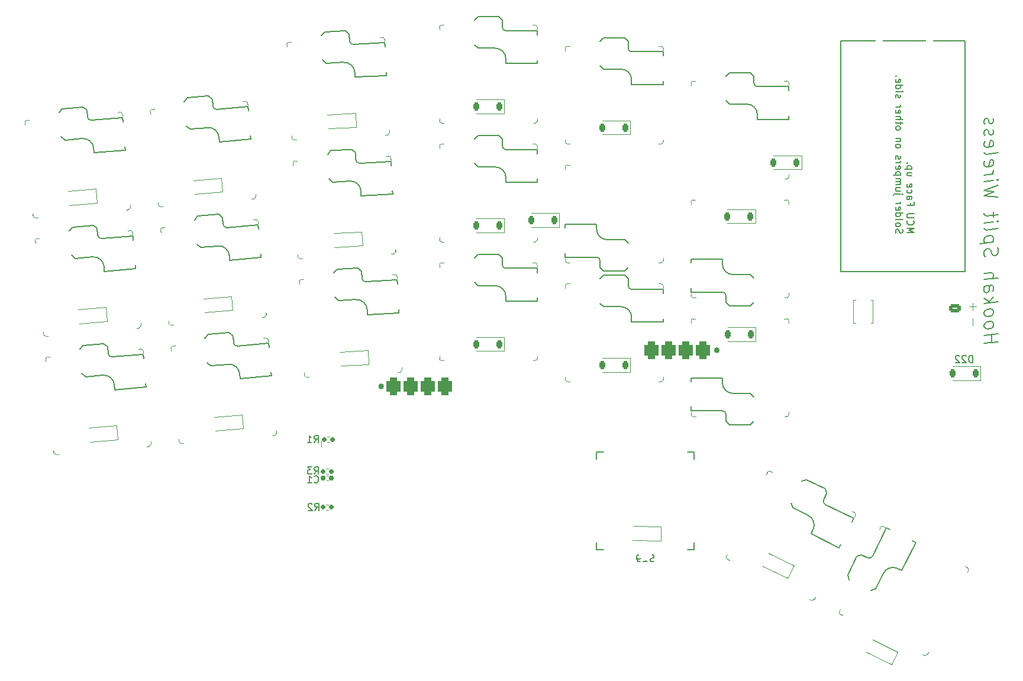
<source format=gbo>
G04 #@! TF.GenerationSoftware,KiCad,Pcbnew,8.0.5*
G04 #@! TF.CreationDate,2024-10-04T22:09:34+02:00*
G04 #@! TF.ProjectId,hookah,686f6f6b-6168-42e6-9b69-6361645f7063,1*
G04 #@! TF.SameCoordinates,Original*
G04 #@! TF.FileFunction,Legend,Bot*
G04 #@! TF.FilePolarity,Positive*
%FSLAX46Y46*%
G04 Gerber Fmt 4.6, Leading zero omitted, Abs format (unit mm)*
G04 Created by KiCad (PCBNEW 8.0.5) date 2024-10-04 22:09:34*
%MOMM*%
%LPD*%
G01*
G04 APERTURE LIST*
G04 Aperture macros list*
%AMRoundRect*
0 Rectangle with rounded corners*
0 $1 Rounding radius*
0 $2 $3 $4 $5 $6 $7 $8 $9 X,Y pos of 4 corners*
0 Add a 4 corners polygon primitive as box body*
4,1,4,$2,$3,$4,$5,$6,$7,$8,$9,$2,$3,0*
0 Add four circle primitives for the rounded corners*
1,1,$1+$1,$2,$3*
1,1,$1+$1,$4,$5*
1,1,$1+$1,$6,$7*
1,1,$1+$1,$8,$9*
0 Add four rect primitives between the rounded corners*
20,1,$1+$1,$2,$3,$4,$5,0*
20,1,$1+$1,$4,$5,$6,$7,0*
20,1,$1+$1,$6,$7,$8,$9,0*
20,1,$1+$1,$8,$9,$2,$3,0*%
%AMRotRect*
0 Rectangle, with rotation*
0 The origin of the aperture is its center*
0 $1 length*
0 $2 width*
0 $3 Rotation angle, in degrees counterclockwise*
0 Add horizontal line*
21,1,$1,$2,0,0,$3*%
%AMFreePoly0*
4,1,6,0.600000,0.200000,0.000000,-0.400000,-0.600000,0.200000,-0.600000,0.400000,0.600000,0.400000,0.600000,0.200000,0.600000,0.200000,$1*%
%AMFreePoly1*
4,1,6,0.600000,-0.250000,-0.600000,-0.250000,-0.600000,1.000000,0.000000,0.400000,0.600000,1.000000,0.600000,-0.250000,0.600000,-0.250000,$1*%
G04 Aperture macros list end*
%ADD10C,0.150000*%
%ADD11C,0.100000*%
%ADD12C,0.120000*%
%ADD13C,0.403553*%
%ADD14C,0.200000*%
%ADD15RoundRect,0.225000X0.225000X0.375000X-0.225000X0.375000X-0.225000X-0.375000X0.225000X-0.375000X0*%
%ADD16C,1.701800*%
%ADD17C,3.000000*%
%ADD18C,3.429000*%
%ADD19R,2.600000X2.600000*%
%ADD20RotRect,2.600000X2.600000X244.000000*%
%ADD21RoundRect,0.225000X0.191460X0.393183X-0.256827X0.353963X-0.191460X-0.393183X0.256827X-0.353963X0*%
%ADD22RoundRect,0.225000X0.366618X0.238414X-0.037839X0.435681X-0.366618X-0.238414X0.037839X-0.435681X0*%
%ADD23RotRect,2.600000X2.600000X183.000000*%
%ADD24R,2.000000X2.000000*%
%ADD25C,2.000000*%
%ADD26R,3.200000X2.000000*%
%ADD27RotRect,2.600000X2.600000X185.000000*%
%ADD28C,3.600000*%
%ADD29C,1.524000*%
%ADD30R,1.524000X1.524000*%
%ADD31FreePoly0,270.000000*%
%ADD32FreePoly0,90.000000*%
%ADD33FreePoly1,90.000000*%
%ADD34FreePoly1,270.000000*%
%ADD35R,2.000000X3.200000*%
%ADD36C,0.700000*%
%ADD37RotRect,2.600000X2.600000X154.000000*%
%ADD38RoundRect,0.225000X0.205066X0.386262X-0.244318X0.362710X-0.205066X-0.386262X0.244318X-0.362710X0*%
%ADD39RoundRect,0.225000X0.231510X0.371016X-0.218421X0.378870X-0.231510X-0.371016X0.218421X-0.378870X0*%
%ADD40RoundRect,0.250000X-0.625000X0.350000X-0.625000X-0.350000X0.625000X-0.350000X0.625000X0.350000X0*%
%ADD41O,1.750000X1.200000*%
%ADD42C,6.200000*%
%ADD43C,6.000000*%
%ADD44RoundRect,0.500000X0.500000X-0.750000X0.500000X0.750000X-0.500000X0.750000X-0.500000X-0.750000X0*%
%ADD45C,0.990600*%
%ADD46C,2.032000*%
%ADD47RoundRect,0.160000X-0.197500X-0.160000X0.197500X-0.160000X0.197500X0.160000X-0.197500X0.160000X0*%
%ADD48R,1.000000X0.600000*%
%ADD49R,1.100000X0.600000*%
%ADD50R,0.600000X1.000000*%
%ADD51RoundRect,0.155000X0.212500X0.155000X-0.212500X0.155000X-0.212500X-0.155000X0.212500X-0.155000X0*%
%ADD52R,2.000000X0.610000*%
%ADD53RoundRect,0.160000X0.197500X0.160000X-0.197500X0.160000X-0.197500X-0.160000X0.197500X-0.160000X0*%
%ADD54R,1.700000X0.900000*%
G04 APERTURE END LIST*
D10*
X195361359Y-81262525D02*
X197361359Y-81012525D01*
X196408978Y-81131572D02*
X196408978Y-79988715D01*
X195361359Y-80119668D02*
X197361359Y-79869668D01*
X195361359Y-78881573D02*
X195456598Y-79060144D01*
X195456598Y-79060144D02*
X195551836Y-79143477D01*
X195551836Y-79143477D02*
X195742312Y-79214906D01*
X195742312Y-79214906D02*
X196313740Y-79143477D01*
X196313740Y-79143477D02*
X196504217Y-79024430D01*
X196504217Y-79024430D02*
X196599455Y-78917287D01*
X196599455Y-78917287D02*
X196694693Y-78714906D01*
X196694693Y-78714906D02*
X196694693Y-78429192D01*
X196694693Y-78429192D02*
X196599455Y-78250620D01*
X196599455Y-78250620D02*
X196504217Y-78167287D01*
X196504217Y-78167287D02*
X196313740Y-78095858D01*
X196313740Y-78095858D02*
X195742312Y-78167287D01*
X195742312Y-78167287D02*
X195551836Y-78286334D01*
X195551836Y-78286334D02*
X195456598Y-78393477D01*
X195456598Y-78393477D02*
X195361359Y-78595858D01*
X195361359Y-78595858D02*
X195361359Y-78881573D01*
X195361359Y-77072049D02*
X195456598Y-77250620D01*
X195456598Y-77250620D02*
X195551836Y-77333953D01*
X195551836Y-77333953D02*
X195742312Y-77405382D01*
X195742312Y-77405382D02*
X196313740Y-77333953D01*
X196313740Y-77333953D02*
X196504217Y-77214906D01*
X196504217Y-77214906D02*
X196599455Y-77107763D01*
X196599455Y-77107763D02*
X196694693Y-76905382D01*
X196694693Y-76905382D02*
X196694693Y-76619668D01*
X196694693Y-76619668D02*
X196599455Y-76441096D01*
X196599455Y-76441096D02*
X196504217Y-76357763D01*
X196504217Y-76357763D02*
X196313740Y-76286334D01*
X196313740Y-76286334D02*
X195742312Y-76357763D01*
X195742312Y-76357763D02*
X195551836Y-76476810D01*
X195551836Y-76476810D02*
X195456598Y-76583953D01*
X195456598Y-76583953D02*
X195361359Y-76786334D01*
X195361359Y-76786334D02*
X195361359Y-77072049D01*
X195361359Y-75548239D02*
X197361359Y-75298239D01*
X196123264Y-75262525D02*
X195361359Y-74786334D01*
X196694693Y-74619667D02*
X195932788Y-75476810D01*
X195361359Y-73072048D02*
X196408978Y-72941096D01*
X196408978Y-72941096D02*
X196599455Y-73012524D01*
X196599455Y-73012524D02*
X196694693Y-73191096D01*
X196694693Y-73191096D02*
X196694693Y-73572048D01*
X196694693Y-73572048D02*
X196599455Y-73774429D01*
X195456598Y-73060143D02*
X195361359Y-73262524D01*
X195361359Y-73262524D02*
X195361359Y-73738715D01*
X195361359Y-73738715D02*
X195456598Y-73917286D01*
X195456598Y-73917286D02*
X195647074Y-73988715D01*
X195647074Y-73988715D02*
X195837550Y-73964905D01*
X195837550Y-73964905D02*
X196028026Y-73845857D01*
X196028026Y-73845857D02*
X196123264Y-73643477D01*
X196123264Y-73643477D02*
X196123264Y-73167286D01*
X196123264Y-73167286D02*
X196218502Y-72964905D01*
X195361359Y-72119667D02*
X197361359Y-71869667D01*
X195361359Y-71262524D02*
X196408978Y-71131572D01*
X196408978Y-71131572D02*
X196599455Y-71203000D01*
X196599455Y-71203000D02*
X196694693Y-71381572D01*
X196694693Y-71381572D02*
X196694693Y-71667286D01*
X196694693Y-71667286D02*
X196599455Y-71869667D01*
X196599455Y-71869667D02*
X196504217Y-71976810D01*
X195456598Y-68869666D02*
X195361359Y-68595857D01*
X195361359Y-68595857D02*
X195361359Y-68119666D01*
X195361359Y-68119666D02*
X195456598Y-67917285D01*
X195456598Y-67917285D02*
X195551836Y-67810142D01*
X195551836Y-67810142D02*
X195742312Y-67691095D01*
X195742312Y-67691095D02*
X195932788Y-67667285D01*
X195932788Y-67667285D02*
X196123264Y-67738714D01*
X196123264Y-67738714D02*
X196218502Y-67822047D01*
X196218502Y-67822047D02*
X196313740Y-68000619D01*
X196313740Y-68000619D02*
X196408978Y-68369666D01*
X196408978Y-68369666D02*
X196504217Y-68548238D01*
X196504217Y-68548238D02*
X196599455Y-68631571D01*
X196599455Y-68631571D02*
X196789931Y-68702999D01*
X196789931Y-68702999D02*
X196980407Y-68679190D01*
X196980407Y-68679190D02*
X197170883Y-68560142D01*
X197170883Y-68560142D02*
X197266121Y-68452999D01*
X197266121Y-68452999D02*
X197361359Y-68250619D01*
X197361359Y-68250619D02*
X197361359Y-67774428D01*
X197361359Y-67774428D02*
X197266121Y-67500619D01*
X196694693Y-66714904D02*
X194694693Y-66964904D01*
X196599455Y-66726809D02*
X196694693Y-66524428D01*
X196694693Y-66524428D02*
X196694693Y-66143476D01*
X196694693Y-66143476D02*
X196599455Y-65964904D01*
X196599455Y-65964904D02*
X196504217Y-65881571D01*
X196504217Y-65881571D02*
X196313740Y-65810142D01*
X196313740Y-65810142D02*
X195742312Y-65881571D01*
X195742312Y-65881571D02*
X195551836Y-66000618D01*
X195551836Y-66000618D02*
X195456598Y-66107761D01*
X195456598Y-66107761D02*
X195361359Y-66310142D01*
X195361359Y-66310142D02*
X195361359Y-66691095D01*
X195361359Y-66691095D02*
X195456598Y-66869666D01*
X195361359Y-64786333D02*
X195456598Y-64964904D01*
X195456598Y-64964904D02*
X195647074Y-65036333D01*
X195647074Y-65036333D02*
X197361359Y-64822047D01*
X195361359Y-64024428D02*
X196694693Y-63857761D01*
X197361359Y-63774428D02*
X197266121Y-63881571D01*
X197266121Y-63881571D02*
X197170883Y-63798237D01*
X197170883Y-63798237D02*
X197266121Y-63691094D01*
X197266121Y-63691094D02*
X197361359Y-63774428D01*
X197361359Y-63774428D02*
X197170883Y-63798237D01*
X196694693Y-63191094D02*
X196694693Y-62429190D01*
X197361359Y-62822047D02*
X195647074Y-63036333D01*
X195647074Y-63036333D02*
X195456598Y-62964904D01*
X195456598Y-62964904D02*
X195361359Y-62786333D01*
X195361359Y-62786333D02*
X195361359Y-62595856D01*
X197361359Y-60345856D02*
X195361359Y-60119666D01*
X195361359Y-60119666D02*
X196789931Y-59560142D01*
X196789931Y-59560142D02*
X195361359Y-59357761D01*
X195361359Y-59357761D02*
X197361359Y-58631570D01*
X195361359Y-58119666D02*
X196694693Y-57952999D01*
X197361359Y-57869666D02*
X197266121Y-57976809D01*
X197266121Y-57976809D02*
X197170883Y-57893475D01*
X197170883Y-57893475D02*
X197266121Y-57786332D01*
X197266121Y-57786332D02*
X197361359Y-57869666D01*
X197361359Y-57869666D02*
X197170883Y-57893475D01*
X195361359Y-57167285D02*
X196694693Y-57000618D01*
X196313740Y-57048237D02*
X196504217Y-56929190D01*
X196504217Y-56929190D02*
X196599455Y-56822047D01*
X196599455Y-56822047D02*
X196694693Y-56619666D01*
X196694693Y-56619666D02*
X196694693Y-56429190D01*
X195456598Y-55155380D02*
X195361359Y-55357761D01*
X195361359Y-55357761D02*
X195361359Y-55738714D01*
X195361359Y-55738714D02*
X195456598Y-55917285D01*
X195456598Y-55917285D02*
X195647074Y-55988714D01*
X195647074Y-55988714D02*
X196408978Y-55893476D01*
X196408978Y-55893476D02*
X196599455Y-55774428D01*
X196599455Y-55774428D02*
X196694693Y-55572047D01*
X196694693Y-55572047D02*
X196694693Y-55191095D01*
X196694693Y-55191095D02*
X196599455Y-55012523D01*
X196599455Y-55012523D02*
X196408978Y-54941095D01*
X196408978Y-54941095D02*
X196218502Y-54964904D01*
X196218502Y-54964904D02*
X196028026Y-55941095D01*
X195361359Y-53929190D02*
X195456598Y-54107761D01*
X195456598Y-54107761D02*
X195647074Y-54179190D01*
X195647074Y-54179190D02*
X197361359Y-53964904D01*
X195456598Y-52393475D02*
X195361359Y-52595856D01*
X195361359Y-52595856D02*
X195361359Y-52976809D01*
X195361359Y-52976809D02*
X195456598Y-53155380D01*
X195456598Y-53155380D02*
X195647074Y-53226809D01*
X195647074Y-53226809D02*
X196408978Y-53131571D01*
X196408978Y-53131571D02*
X196599455Y-53012523D01*
X196599455Y-53012523D02*
X196694693Y-52810142D01*
X196694693Y-52810142D02*
X196694693Y-52429190D01*
X196694693Y-52429190D02*
X196599455Y-52250618D01*
X196599455Y-52250618D02*
X196408978Y-52179190D01*
X196408978Y-52179190D02*
X196218502Y-52202999D01*
X196218502Y-52202999D02*
X196028026Y-53179190D01*
X195456598Y-51536332D02*
X195361359Y-51357761D01*
X195361359Y-51357761D02*
X195361359Y-50976808D01*
X195361359Y-50976808D02*
X195456598Y-50774427D01*
X195456598Y-50774427D02*
X195647074Y-50655380D01*
X195647074Y-50655380D02*
X195742312Y-50643475D01*
X195742312Y-50643475D02*
X195932788Y-50714904D01*
X195932788Y-50714904D02*
X196028026Y-50893475D01*
X196028026Y-50893475D02*
X196028026Y-51179189D01*
X196028026Y-51179189D02*
X196123264Y-51357761D01*
X196123264Y-51357761D02*
X196313740Y-51429189D01*
X196313740Y-51429189D02*
X196408978Y-51417285D01*
X196408978Y-51417285D02*
X196599455Y-51298237D01*
X196599455Y-51298237D02*
X196694693Y-51095856D01*
X196694693Y-51095856D02*
X196694693Y-50810142D01*
X196694693Y-50810142D02*
X196599455Y-50631570D01*
X195456598Y-49917284D02*
X195361359Y-49738713D01*
X195361359Y-49738713D02*
X195361359Y-49357760D01*
X195361359Y-49357760D02*
X195456598Y-49155379D01*
X195456598Y-49155379D02*
X195647074Y-49036332D01*
X195647074Y-49036332D02*
X195742312Y-49024427D01*
X195742312Y-49024427D02*
X195932788Y-49095856D01*
X195932788Y-49095856D02*
X196028026Y-49274427D01*
X196028026Y-49274427D02*
X196028026Y-49560141D01*
X196028026Y-49560141D02*
X196123264Y-49738713D01*
X196123264Y-49738713D02*
X196313740Y-49810141D01*
X196313740Y-49810141D02*
X196408978Y-49798237D01*
X196408978Y-49798237D02*
X196599455Y-49679189D01*
X196599455Y-49679189D02*
X196694693Y-49476808D01*
X196694693Y-49476808D02*
X196694693Y-49191094D01*
X196694693Y-49191094D02*
X196599455Y-49012522D01*
X184302809Y-65424676D02*
X185302809Y-65424676D01*
X185302809Y-65424676D02*
X184588524Y-65091343D01*
X184588524Y-65091343D02*
X185302809Y-64758010D01*
X185302809Y-64758010D02*
X184302809Y-64758010D01*
X184398048Y-63710391D02*
X184350429Y-63758010D01*
X184350429Y-63758010D02*
X184302809Y-63900867D01*
X184302809Y-63900867D02*
X184302809Y-63996105D01*
X184302809Y-63996105D02*
X184350429Y-64138962D01*
X184350429Y-64138962D02*
X184445667Y-64234200D01*
X184445667Y-64234200D02*
X184540905Y-64281819D01*
X184540905Y-64281819D02*
X184731381Y-64329438D01*
X184731381Y-64329438D02*
X184874238Y-64329438D01*
X184874238Y-64329438D02*
X185064714Y-64281819D01*
X185064714Y-64281819D02*
X185159952Y-64234200D01*
X185159952Y-64234200D02*
X185255190Y-64138962D01*
X185255190Y-64138962D02*
X185302809Y-63996105D01*
X185302809Y-63996105D02*
X185302809Y-63900867D01*
X185302809Y-63900867D02*
X185255190Y-63758010D01*
X185255190Y-63758010D02*
X185207571Y-63710391D01*
X185302809Y-63281819D02*
X184493286Y-63281819D01*
X184493286Y-63281819D02*
X184398048Y-63234200D01*
X184398048Y-63234200D02*
X184350429Y-63186581D01*
X184350429Y-63186581D02*
X184302809Y-63091343D01*
X184302809Y-63091343D02*
X184302809Y-62900867D01*
X184302809Y-62900867D02*
X184350429Y-62805629D01*
X184350429Y-62805629D02*
X184398048Y-62758010D01*
X184398048Y-62758010D02*
X184493286Y-62710391D01*
X184493286Y-62710391D02*
X185302809Y-62710391D01*
X184826619Y-61138962D02*
X184826619Y-61472295D01*
X184302809Y-61472295D02*
X185302809Y-61472295D01*
X185302809Y-61472295D02*
X185302809Y-60996105D01*
X184302809Y-60186581D02*
X184826619Y-60186581D01*
X184826619Y-60186581D02*
X184921857Y-60234200D01*
X184921857Y-60234200D02*
X184969476Y-60329438D01*
X184969476Y-60329438D02*
X184969476Y-60519914D01*
X184969476Y-60519914D02*
X184921857Y-60615152D01*
X184350429Y-60186581D02*
X184302809Y-60281819D01*
X184302809Y-60281819D02*
X184302809Y-60519914D01*
X184302809Y-60519914D02*
X184350429Y-60615152D01*
X184350429Y-60615152D02*
X184445667Y-60662771D01*
X184445667Y-60662771D02*
X184540905Y-60662771D01*
X184540905Y-60662771D02*
X184636143Y-60615152D01*
X184636143Y-60615152D02*
X184683762Y-60519914D01*
X184683762Y-60519914D02*
X184683762Y-60281819D01*
X184683762Y-60281819D02*
X184731381Y-60186581D01*
X184350429Y-59281819D02*
X184302809Y-59377057D01*
X184302809Y-59377057D02*
X184302809Y-59567533D01*
X184302809Y-59567533D02*
X184350429Y-59662771D01*
X184350429Y-59662771D02*
X184398048Y-59710390D01*
X184398048Y-59710390D02*
X184493286Y-59758009D01*
X184493286Y-59758009D02*
X184779000Y-59758009D01*
X184779000Y-59758009D02*
X184874238Y-59710390D01*
X184874238Y-59710390D02*
X184921857Y-59662771D01*
X184921857Y-59662771D02*
X184969476Y-59567533D01*
X184969476Y-59567533D02*
X184969476Y-59377057D01*
X184969476Y-59377057D02*
X184921857Y-59281819D01*
X184350429Y-58472295D02*
X184302809Y-58567533D01*
X184302809Y-58567533D02*
X184302809Y-58758009D01*
X184302809Y-58758009D02*
X184350429Y-58853247D01*
X184350429Y-58853247D02*
X184445667Y-58900866D01*
X184445667Y-58900866D02*
X184826619Y-58900866D01*
X184826619Y-58900866D02*
X184921857Y-58853247D01*
X184921857Y-58853247D02*
X184969476Y-58758009D01*
X184969476Y-58758009D02*
X184969476Y-58567533D01*
X184969476Y-58567533D02*
X184921857Y-58472295D01*
X184921857Y-58472295D02*
X184826619Y-58424676D01*
X184826619Y-58424676D02*
X184731381Y-58424676D01*
X184731381Y-58424676D02*
X184636143Y-58900866D01*
X184969476Y-56805628D02*
X184302809Y-56805628D01*
X184969476Y-57234199D02*
X184445667Y-57234199D01*
X184445667Y-57234199D02*
X184350429Y-57186580D01*
X184350429Y-57186580D02*
X184302809Y-57091342D01*
X184302809Y-57091342D02*
X184302809Y-56948485D01*
X184302809Y-56948485D02*
X184350429Y-56853247D01*
X184350429Y-56853247D02*
X184398048Y-56805628D01*
X184969476Y-56329437D02*
X183969476Y-56329437D01*
X184921857Y-56329437D02*
X184969476Y-56234199D01*
X184969476Y-56234199D02*
X184969476Y-56043723D01*
X184969476Y-56043723D02*
X184921857Y-55948485D01*
X184921857Y-55948485D02*
X184874238Y-55900866D01*
X184874238Y-55900866D02*
X184779000Y-55853247D01*
X184779000Y-55853247D02*
X184493286Y-55853247D01*
X184493286Y-55853247D02*
X184398048Y-55900866D01*
X184398048Y-55900866D02*
X184350429Y-55948485D01*
X184350429Y-55948485D02*
X184302809Y-56043723D01*
X184302809Y-56043723D02*
X184302809Y-56234199D01*
X184302809Y-56234199D02*
X184350429Y-56329437D01*
X184398048Y-55424675D02*
X184350429Y-55377056D01*
X184350429Y-55377056D02*
X184302809Y-55424675D01*
X184302809Y-55424675D02*
X184350429Y-55472294D01*
X184350429Y-55472294D02*
X184398048Y-55424675D01*
X184398048Y-55424675D02*
X184302809Y-55424675D01*
X182740485Y-65472295D02*
X182692865Y-65329438D01*
X182692865Y-65329438D02*
X182692865Y-65091343D01*
X182692865Y-65091343D02*
X182740485Y-64996105D01*
X182740485Y-64996105D02*
X182788104Y-64948486D01*
X182788104Y-64948486D02*
X182883342Y-64900867D01*
X182883342Y-64900867D02*
X182978580Y-64900867D01*
X182978580Y-64900867D02*
X183073818Y-64948486D01*
X183073818Y-64948486D02*
X183121437Y-64996105D01*
X183121437Y-64996105D02*
X183169056Y-65091343D01*
X183169056Y-65091343D02*
X183216675Y-65281819D01*
X183216675Y-65281819D02*
X183264294Y-65377057D01*
X183264294Y-65377057D02*
X183311913Y-65424676D01*
X183311913Y-65424676D02*
X183407151Y-65472295D01*
X183407151Y-65472295D02*
X183502389Y-65472295D01*
X183502389Y-65472295D02*
X183597627Y-65424676D01*
X183597627Y-65424676D02*
X183645246Y-65377057D01*
X183645246Y-65377057D02*
X183692865Y-65281819D01*
X183692865Y-65281819D02*
X183692865Y-65043724D01*
X183692865Y-65043724D02*
X183645246Y-64900867D01*
X182692865Y-64329438D02*
X182740485Y-64424676D01*
X182740485Y-64424676D02*
X182788104Y-64472295D01*
X182788104Y-64472295D02*
X182883342Y-64519914D01*
X182883342Y-64519914D02*
X183169056Y-64519914D01*
X183169056Y-64519914D02*
X183264294Y-64472295D01*
X183264294Y-64472295D02*
X183311913Y-64424676D01*
X183311913Y-64424676D02*
X183359532Y-64329438D01*
X183359532Y-64329438D02*
X183359532Y-64186581D01*
X183359532Y-64186581D02*
X183311913Y-64091343D01*
X183311913Y-64091343D02*
X183264294Y-64043724D01*
X183264294Y-64043724D02*
X183169056Y-63996105D01*
X183169056Y-63996105D02*
X182883342Y-63996105D01*
X182883342Y-63996105D02*
X182788104Y-64043724D01*
X182788104Y-64043724D02*
X182740485Y-64091343D01*
X182740485Y-64091343D02*
X182692865Y-64186581D01*
X182692865Y-64186581D02*
X182692865Y-64329438D01*
X182692865Y-63424676D02*
X182740485Y-63519914D01*
X182740485Y-63519914D02*
X182835723Y-63567533D01*
X182835723Y-63567533D02*
X183692865Y-63567533D01*
X182692865Y-62615152D02*
X183692865Y-62615152D01*
X182740485Y-62615152D02*
X182692865Y-62710390D01*
X182692865Y-62710390D02*
X182692865Y-62900866D01*
X182692865Y-62900866D02*
X182740485Y-62996104D01*
X182740485Y-62996104D02*
X182788104Y-63043723D01*
X182788104Y-63043723D02*
X182883342Y-63091342D01*
X182883342Y-63091342D02*
X183169056Y-63091342D01*
X183169056Y-63091342D02*
X183264294Y-63043723D01*
X183264294Y-63043723D02*
X183311913Y-62996104D01*
X183311913Y-62996104D02*
X183359532Y-62900866D01*
X183359532Y-62900866D02*
X183359532Y-62710390D01*
X183359532Y-62710390D02*
X183311913Y-62615152D01*
X182740485Y-61758009D02*
X182692865Y-61853247D01*
X182692865Y-61853247D02*
X182692865Y-62043723D01*
X182692865Y-62043723D02*
X182740485Y-62138961D01*
X182740485Y-62138961D02*
X182835723Y-62186580D01*
X182835723Y-62186580D02*
X183216675Y-62186580D01*
X183216675Y-62186580D02*
X183311913Y-62138961D01*
X183311913Y-62138961D02*
X183359532Y-62043723D01*
X183359532Y-62043723D02*
X183359532Y-61853247D01*
X183359532Y-61853247D02*
X183311913Y-61758009D01*
X183311913Y-61758009D02*
X183216675Y-61710390D01*
X183216675Y-61710390D02*
X183121437Y-61710390D01*
X183121437Y-61710390D02*
X183026199Y-62186580D01*
X182692865Y-61281818D02*
X183359532Y-61281818D01*
X183169056Y-61281818D02*
X183264294Y-61234199D01*
X183264294Y-61234199D02*
X183311913Y-61186580D01*
X183311913Y-61186580D02*
X183359532Y-61091342D01*
X183359532Y-61091342D02*
X183359532Y-60996104D01*
X183359532Y-59900865D02*
X182502389Y-59900865D01*
X182502389Y-59900865D02*
X182407151Y-59948484D01*
X182407151Y-59948484D02*
X182359532Y-60043722D01*
X182359532Y-60043722D02*
X182359532Y-60091341D01*
X183692865Y-59900865D02*
X183645246Y-59948484D01*
X183645246Y-59948484D02*
X183597627Y-59900865D01*
X183597627Y-59900865D02*
X183645246Y-59853246D01*
X183645246Y-59853246D02*
X183692865Y-59900865D01*
X183692865Y-59900865D02*
X183597627Y-59900865D01*
X183359532Y-58996104D02*
X182692865Y-58996104D01*
X183359532Y-59424675D02*
X182835723Y-59424675D01*
X182835723Y-59424675D02*
X182740485Y-59377056D01*
X182740485Y-59377056D02*
X182692865Y-59281818D01*
X182692865Y-59281818D02*
X182692865Y-59138961D01*
X182692865Y-59138961D02*
X182740485Y-59043723D01*
X182740485Y-59043723D02*
X182788104Y-58996104D01*
X182692865Y-58519913D02*
X183359532Y-58519913D01*
X183264294Y-58519913D02*
X183311913Y-58472294D01*
X183311913Y-58472294D02*
X183359532Y-58377056D01*
X183359532Y-58377056D02*
X183359532Y-58234199D01*
X183359532Y-58234199D02*
X183311913Y-58138961D01*
X183311913Y-58138961D02*
X183216675Y-58091342D01*
X183216675Y-58091342D02*
X182692865Y-58091342D01*
X183216675Y-58091342D02*
X183311913Y-58043723D01*
X183311913Y-58043723D02*
X183359532Y-57948485D01*
X183359532Y-57948485D02*
X183359532Y-57805628D01*
X183359532Y-57805628D02*
X183311913Y-57710389D01*
X183311913Y-57710389D02*
X183216675Y-57662770D01*
X183216675Y-57662770D02*
X182692865Y-57662770D01*
X183359532Y-57186580D02*
X182359532Y-57186580D01*
X183311913Y-57186580D02*
X183359532Y-57091342D01*
X183359532Y-57091342D02*
X183359532Y-56900866D01*
X183359532Y-56900866D02*
X183311913Y-56805628D01*
X183311913Y-56805628D02*
X183264294Y-56758009D01*
X183264294Y-56758009D02*
X183169056Y-56710390D01*
X183169056Y-56710390D02*
X182883342Y-56710390D01*
X182883342Y-56710390D02*
X182788104Y-56758009D01*
X182788104Y-56758009D02*
X182740485Y-56805628D01*
X182740485Y-56805628D02*
X182692865Y-56900866D01*
X182692865Y-56900866D02*
X182692865Y-57091342D01*
X182692865Y-57091342D02*
X182740485Y-57186580D01*
X182740485Y-55900866D02*
X182692865Y-55996104D01*
X182692865Y-55996104D02*
X182692865Y-56186580D01*
X182692865Y-56186580D02*
X182740485Y-56281818D01*
X182740485Y-56281818D02*
X182835723Y-56329437D01*
X182835723Y-56329437D02*
X183216675Y-56329437D01*
X183216675Y-56329437D02*
X183311913Y-56281818D01*
X183311913Y-56281818D02*
X183359532Y-56186580D01*
X183359532Y-56186580D02*
X183359532Y-55996104D01*
X183359532Y-55996104D02*
X183311913Y-55900866D01*
X183311913Y-55900866D02*
X183216675Y-55853247D01*
X183216675Y-55853247D02*
X183121437Y-55853247D01*
X183121437Y-55853247D02*
X183026199Y-56329437D01*
X182692865Y-55424675D02*
X183359532Y-55424675D01*
X183169056Y-55424675D02*
X183264294Y-55377056D01*
X183264294Y-55377056D02*
X183311913Y-55329437D01*
X183311913Y-55329437D02*
X183359532Y-55234199D01*
X183359532Y-55234199D02*
X183359532Y-55138961D01*
X182740485Y-54853246D02*
X182692865Y-54758008D01*
X182692865Y-54758008D02*
X182692865Y-54567532D01*
X182692865Y-54567532D02*
X182740485Y-54472294D01*
X182740485Y-54472294D02*
X182835723Y-54424675D01*
X182835723Y-54424675D02*
X182883342Y-54424675D01*
X182883342Y-54424675D02*
X182978580Y-54472294D01*
X182978580Y-54472294D02*
X183026199Y-54567532D01*
X183026199Y-54567532D02*
X183026199Y-54710389D01*
X183026199Y-54710389D02*
X183073818Y-54805627D01*
X183073818Y-54805627D02*
X183169056Y-54853246D01*
X183169056Y-54853246D02*
X183216675Y-54853246D01*
X183216675Y-54853246D02*
X183311913Y-54805627D01*
X183311913Y-54805627D02*
X183359532Y-54710389D01*
X183359532Y-54710389D02*
X183359532Y-54567532D01*
X183359532Y-54567532D02*
X183311913Y-54472294D01*
X182692865Y-53091341D02*
X182740485Y-53186579D01*
X182740485Y-53186579D02*
X182788104Y-53234198D01*
X182788104Y-53234198D02*
X182883342Y-53281817D01*
X182883342Y-53281817D02*
X183169056Y-53281817D01*
X183169056Y-53281817D02*
X183264294Y-53234198D01*
X183264294Y-53234198D02*
X183311913Y-53186579D01*
X183311913Y-53186579D02*
X183359532Y-53091341D01*
X183359532Y-53091341D02*
X183359532Y-52948484D01*
X183359532Y-52948484D02*
X183311913Y-52853246D01*
X183311913Y-52853246D02*
X183264294Y-52805627D01*
X183264294Y-52805627D02*
X183169056Y-52758008D01*
X183169056Y-52758008D02*
X182883342Y-52758008D01*
X182883342Y-52758008D02*
X182788104Y-52805627D01*
X182788104Y-52805627D02*
X182740485Y-52853246D01*
X182740485Y-52853246D02*
X182692865Y-52948484D01*
X182692865Y-52948484D02*
X182692865Y-53091341D01*
X183359532Y-52329436D02*
X182692865Y-52329436D01*
X183264294Y-52329436D02*
X183311913Y-52281817D01*
X183311913Y-52281817D02*
X183359532Y-52186579D01*
X183359532Y-52186579D02*
X183359532Y-52043722D01*
X183359532Y-52043722D02*
X183311913Y-51948484D01*
X183311913Y-51948484D02*
X183216675Y-51900865D01*
X183216675Y-51900865D02*
X182692865Y-51900865D01*
X182692865Y-50519912D02*
X182740485Y-50615150D01*
X182740485Y-50615150D02*
X182788104Y-50662769D01*
X182788104Y-50662769D02*
X182883342Y-50710388D01*
X182883342Y-50710388D02*
X183169056Y-50710388D01*
X183169056Y-50710388D02*
X183264294Y-50662769D01*
X183264294Y-50662769D02*
X183311913Y-50615150D01*
X183311913Y-50615150D02*
X183359532Y-50519912D01*
X183359532Y-50519912D02*
X183359532Y-50377055D01*
X183359532Y-50377055D02*
X183311913Y-50281817D01*
X183311913Y-50281817D02*
X183264294Y-50234198D01*
X183264294Y-50234198D02*
X183169056Y-50186579D01*
X183169056Y-50186579D02*
X182883342Y-50186579D01*
X182883342Y-50186579D02*
X182788104Y-50234198D01*
X182788104Y-50234198D02*
X182740485Y-50281817D01*
X182740485Y-50281817D02*
X182692865Y-50377055D01*
X182692865Y-50377055D02*
X182692865Y-50519912D01*
X183359532Y-49900864D02*
X183359532Y-49519912D01*
X183692865Y-49758007D02*
X182835723Y-49758007D01*
X182835723Y-49758007D02*
X182740485Y-49710388D01*
X182740485Y-49710388D02*
X182692865Y-49615150D01*
X182692865Y-49615150D02*
X182692865Y-49519912D01*
X182692865Y-49186578D02*
X183692865Y-49186578D01*
X182692865Y-48758007D02*
X183216675Y-48758007D01*
X183216675Y-48758007D02*
X183311913Y-48805626D01*
X183311913Y-48805626D02*
X183359532Y-48900864D01*
X183359532Y-48900864D02*
X183359532Y-49043721D01*
X183359532Y-49043721D02*
X183311913Y-49138959D01*
X183311913Y-49138959D02*
X183264294Y-49186578D01*
X182740485Y-47900864D02*
X182692865Y-47996102D01*
X182692865Y-47996102D02*
X182692865Y-48186578D01*
X182692865Y-48186578D02*
X182740485Y-48281816D01*
X182740485Y-48281816D02*
X182835723Y-48329435D01*
X182835723Y-48329435D02*
X183216675Y-48329435D01*
X183216675Y-48329435D02*
X183311913Y-48281816D01*
X183311913Y-48281816D02*
X183359532Y-48186578D01*
X183359532Y-48186578D02*
X183359532Y-47996102D01*
X183359532Y-47996102D02*
X183311913Y-47900864D01*
X183311913Y-47900864D02*
X183216675Y-47853245D01*
X183216675Y-47853245D02*
X183121437Y-47853245D01*
X183121437Y-47853245D02*
X183026199Y-48329435D01*
X182692865Y-47424673D02*
X183359532Y-47424673D01*
X183169056Y-47424673D02*
X183264294Y-47377054D01*
X183264294Y-47377054D02*
X183311913Y-47329435D01*
X183311913Y-47329435D02*
X183359532Y-47234197D01*
X183359532Y-47234197D02*
X183359532Y-47138959D01*
X182740485Y-46091339D02*
X182692865Y-45996101D01*
X182692865Y-45996101D02*
X182692865Y-45805625D01*
X182692865Y-45805625D02*
X182740485Y-45710387D01*
X182740485Y-45710387D02*
X182835723Y-45662768D01*
X182835723Y-45662768D02*
X182883342Y-45662768D01*
X182883342Y-45662768D02*
X182978580Y-45710387D01*
X182978580Y-45710387D02*
X183026199Y-45805625D01*
X183026199Y-45805625D02*
X183026199Y-45948482D01*
X183026199Y-45948482D02*
X183073818Y-46043720D01*
X183073818Y-46043720D02*
X183169056Y-46091339D01*
X183169056Y-46091339D02*
X183216675Y-46091339D01*
X183216675Y-46091339D02*
X183311913Y-46043720D01*
X183311913Y-46043720D02*
X183359532Y-45948482D01*
X183359532Y-45948482D02*
X183359532Y-45805625D01*
X183359532Y-45805625D02*
X183311913Y-45710387D01*
X182692865Y-45234196D02*
X183359532Y-45234196D01*
X183692865Y-45234196D02*
X183645246Y-45281815D01*
X183645246Y-45281815D02*
X183597627Y-45234196D01*
X183597627Y-45234196D02*
X183645246Y-45186577D01*
X183645246Y-45186577D02*
X183692865Y-45234196D01*
X183692865Y-45234196D02*
X183597627Y-45234196D01*
X182692865Y-44329435D02*
X183692865Y-44329435D01*
X182740485Y-44329435D02*
X182692865Y-44424673D01*
X182692865Y-44424673D02*
X182692865Y-44615149D01*
X182692865Y-44615149D02*
X182740485Y-44710387D01*
X182740485Y-44710387D02*
X182788104Y-44758006D01*
X182788104Y-44758006D02*
X182883342Y-44805625D01*
X182883342Y-44805625D02*
X183169056Y-44805625D01*
X183169056Y-44805625D02*
X183264294Y-44758006D01*
X183264294Y-44758006D02*
X183311913Y-44710387D01*
X183311913Y-44710387D02*
X183359532Y-44615149D01*
X183359532Y-44615149D02*
X183359532Y-44424673D01*
X183359532Y-44424673D02*
X183311913Y-44329435D01*
X182740485Y-43472292D02*
X182692865Y-43567530D01*
X182692865Y-43567530D02*
X182692865Y-43758006D01*
X182692865Y-43758006D02*
X182740485Y-43853244D01*
X182740485Y-43853244D02*
X182835723Y-43900863D01*
X182835723Y-43900863D02*
X183216675Y-43900863D01*
X183216675Y-43900863D02*
X183311913Y-43853244D01*
X183311913Y-43853244D02*
X183359532Y-43758006D01*
X183359532Y-43758006D02*
X183359532Y-43567530D01*
X183359532Y-43567530D02*
X183311913Y-43472292D01*
X183311913Y-43472292D02*
X183216675Y-43424673D01*
X183216675Y-43424673D02*
X183121437Y-43424673D01*
X183121437Y-43424673D02*
X183026199Y-43900863D01*
X182788104Y-42996101D02*
X182740485Y-42948482D01*
X182740485Y-42948482D02*
X182692865Y-42996101D01*
X182692865Y-42996101D02*
X182740485Y-43043720D01*
X182740485Y-43043720D02*
X182788104Y-42996101D01*
X182788104Y-42996101D02*
X182692865Y-42996101D01*
X148111139Y-112449750D02*
X147968282Y-112497369D01*
X147968282Y-112497369D02*
X147730187Y-112497369D01*
X147730187Y-112497369D02*
X147634949Y-112449750D01*
X147634949Y-112449750D02*
X147587330Y-112402130D01*
X147587330Y-112402130D02*
X147539711Y-112306892D01*
X147539711Y-112306892D02*
X147539711Y-112211654D01*
X147539711Y-112211654D02*
X147587330Y-112116416D01*
X147587330Y-112116416D02*
X147634949Y-112068797D01*
X147634949Y-112068797D02*
X147730187Y-112021178D01*
X147730187Y-112021178D02*
X147920663Y-111973559D01*
X147920663Y-111973559D02*
X148015901Y-111925940D01*
X148015901Y-111925940D02*
X148063520Y-111878321D01*
X148063520Y-111878321D02*
X148111139Y-111783083D01*
X148111139Y-111783083D02*
X148111139Y-111687845D01*
X148111139Y-111687845D02*
X148063520Y-111592607D01*
X148063520Y-111592607D02*
X148015901Y-111544988D01*
X148015901Y-111544988D02*
X147920663Y-111497369D01*
X147920663Y-111497369D02*
X147682568Y-111497369D01*
X147682568Y-111497369D02*
X147539711Y-111544988D01*
X146587330Y-112497369D02*
X147158758Y-112497369D01*
X146873044Y-112497369D02*
X146873044Y-111497369D01*
X146873044Y-111497369D02*
X146968282Y-111640226D01*
X146968282Y-111640226D02*
X147063520Y-111735464D01*
X147063520Y-111735464D02*
X147158758Y-111783083D01*
X146111139Y-112497369D02*
X145920663Y-112497369D01*
X145920663Y-112497369D02*
X145825425Y-112449750D01*
X145825425Y-112449750D02*
X145777806Y-112402130D01*
X145777806Y-112402130D02*
X145682568Y-112259273D01*
X145682568Y-112259273D02*
X145634949Y-112068797D01*
X145634949Y-112068797D02*
X145634949Y-111687845D01*
X145634949Y-111687845D02*
X145682568Y-111592607D01*
X145682568Y-111592607D02*
X145730187Y-111544988D01*
X145730187Y-111544988D02*
X145825425Y-111497369D01*
X145825425Y-111497369D02*
X146015901Y-111497369D01*
X146015901Y-111497369D02*
X146111139Y-111544988D01*
X146111139Y-111544988D02*
X146158758Y-111592607D01*
X146158758Y-111592607D02*
X146206377Y-111687845D01*
X146206377Y-111687845D02*
X146206377Y-111925940D01*
X146206377Y-111925940D02*
X146158758Y-112021178D01*
X146158758Y-112021178D02*
X146111139Y-112068797D01*
X146111139Y-112068797D02*
X146015901Y-112116416D01*
X146015901Y-112116416D02*
X145825425Y-112116416D01*
X145825425Y-112116416D02*
X145730187Y-112068797D01*
X145730187Y-112068797D02*
X145682568Y-112021178D01*
X145682568Y-112021178D02*
X145634949Y-111925940D01*
X99550038Y-105154819D02*
X99883371Y-104678628D01*
X100121466Y-105154819D02*
X100121466Y-104154819D01*
X100121466Y-104154819D02*
X99740514Y-104154819D01*
X99740514Y-104154819D02*
X99645276Y-104202438D01*
X99645276Y-104202438D02*
X99597657Y-104250057D01*
X99597657Y-104250057D02*
X99550038Y-104345295D01*
X99550038Y-104345295D02*
X99550038Y-104488152D01*
X99550038Y-104488152D02*
X99597657Y-104583390D01*
X99597657Y-104583390D02*
X99645276Y-104631009D01*
X99645276Y-104631009D02*
X99740514Y-104678628D01*
X99740514Y-104678628D02*
X100121466Y-104678628D01*
X99169085Y-104250057D02*
X99121466Y-104202438D01*
X99121466Y-104202438D02*
X99026228Y-104154819D01*
X99026228Y-104154819D02*
X98788133Y-104154819D01*
X98788133Y-104154819D02*
X98692895Y-104202438D01*
X98692895Y-104202438D02*
X98645276Y-104250057D01*
X98645276Y-104250057D02*
X98597657Y-104345295D01*
X98597657Y-104345295D02*
X98597657Y-104440533D01*
X98597657Y-104440533D02*
X98645276Y-104583390D01*
X98645276Y-104583390D02*
X99216704Y-105154819D01*
X99216704Y-105154819D02*
X98597657Y-105154819D01*
D11*
X113690531Y-86362019D02*
X113690531Y-87076304D01*
X113690531Y-87076304D02*
X113738150Y-87219161D01*
X113738150Y-87219161D02*
X113833388Y-87314400D01*
X113833388Y-87314400D02*
X113976245Y-87362019D01*
X113976245Y-87362019D02*
X114071483Y-87362019D01*
X112785769Y-86695352D02*
X112785769Y-87362019D01*
X113023864Y-86314400D02*
X113261959Y-87028685D01*
X113261959Y-87028685D02*
X112642912Y-87028685D01*
D10*
X99493664Y-101122580D02*
X99541283Y-101170200D01*
X99541283Y-101170200D02*
X99684140Y-101217819D01*
X99684140Y-101217819D02*
X99779378Y-101217819D01*
X99779378Y-101217819D02*
X99922235Y-101170200D01*
X99922235Y-101170200D02*
X100017473Y-101074961D01*
X100017473Y-101074961D02*
X100065092Y-100979723D01*
X100065092Y-100979723D02*
X100112711Y-100789247D01*
X100112711Y-100789247D02*
X100112711Y-100646390D01*
X100112711Y-100646390D02*
X100065092Y-100455914D01*
X100065092Y-100455914D02*
X100017473Y-100360676D01*
X100017473Y-100360676D02*
X99922235Y-100265438D01*
X99922235Y-100265438D02*
X99779378Y-100217819D01*
X99779378Y-100217819D02*
X99684140Y-100217819D01*
X99684140Y-100217819D02*
X99541283Y-100265438D01*
X99541283Y-100265438D02*
X99493664Y-100313057D01*
X98541283Y-101217819D02*
X99112711Y-101217819D01*
X98826997Y-101217819D02*
X98826997Y-100217819D01*
X98826997Y-100217819D02*
X98922235Y-100360676D01*
X98922235Y-100360676D02*
X99017473Y-100455914D01*
X99017473Y-100455914D02*
X99112711Y-100503533D01*
X99468264Y-95426619D02*
X99801597Y-94950428D01*
X100039692Y-95426619D02*
X100039692Y-94426619D01*
X100039692Y-94426619D02*
X99658740Y-94426619D01*
X99658740Y-94426619D02*
X99563502Y-94474238D01*
X99563502Y-94474238D02*
X99515883Y-94521857D01*
X99515883Y-94521857D02*
X99468264Y-94617095D01*
X99468264Y-94617095D02*
X99468264Y-94759952D01*
X99468264Y-94759952D02*
X99515883Y-94855190D01*
X99515883Y-94855190D02*
X99563502Y-94902809D01*
X99563502Y-94902809D02*
X99658740Y-94950428D01*
X99658740Y-94950428D02*
X100039692Y-94950428D01*
X98515883Y-95426619D02*
X99087311Y-95426619D01*
X98801597Y-95426619D02*
X98801597Y-94426619D01*
X98801597Y-94426619D02*
X98896835Y-94569476D01*
X98896835Y-94569476D02*
X98992073Y-94664714D01*
X98992073Y-94664714D02*
X99087311Y-94712333D01*
X99493664Y-99947819D02*
X99826997Y-99471628D01*
X100065092Y-99947819D02*
X100065092Y-98947819D01*
X100065092Y-98947819D02*
X99684140Y-98947819D01*
X99684140Y-98947819D02*
X99588902Y-98995438D01*
X99588902Y-98995438D02*
X99541283Y-99043057D01*
X99541283Y-99043057D02*
X99493664Y-99138295D01*
X99493664Y-99138295D02*
X99493664Y-99281152D01*
X99493664Y-99281152D02*
X99541283Y-99376390D01*
X99541283Y-99376390D02*
X99588902Y-99424009D01*
X99588902Y-99424009D02*
X99684140Y-99471628D01*
X99684140Y-99471628D02*
X100065092Y-99471628D01*
X99160330Y-98947819D02*
X98541283Y-98947819D01*
X98541283Y-98947819D02*
X98874616Y-99328771D01*
X98874616Y-99328771D02*
X98731759Y-99328771D01*
X98731759Y-99328771D02*
X98636521Y-99376390D01*
X98636521Y-99376390D02*
X98588902Y-99424009D01*
X98588902Y-99424009D02*
X98541283Y-99519247D01*
X98541283Y-99519247D02*
X98541283Y-99757342D01*
X98541283Y-99757342D02*
X98588902Y-99852580D01*
X98588902Y-99852580D02*
X98636521Y-99900200D01*
X98636521Y-99900200D02*
X98731759Y-99947819D01*
X98731759Y-99947819D02*
X99017473Y-99947819D01*
X99017473Y-99947819D02*
X99112711Y-99900200D01*
X99112711Y-99900200D02*
X99160330Y-99852580D01*
X193708482Y-83977820D02*
X193708482Y-82977820D01*
X193708482Y-82977820D02*
X193470387Y-82977820D01*
X193470387Y-82977820D02*
X193327530Y-83025439D01*
X193327530Y-83025439D02*
X193232292Y-83120677D01*
X193232292Y-83120677D02*
X193184673Y-83215915D01*
X193184673Y-83215915D02*
X193137054Y-83406391D01*
X193137054Y-83406391D02*
X193137054Y-83549248D01*
X193137054Y-83549248D02*
X193184673Y-83739724D01*
X193184673Y-83739724D02*
X193232292Y-83834962D01*
X193232292Y-83834962D02*
X193327530Y-83930201D01*
X193327530Y-83930201D02*
X193470387Y-83977820D01*
X193470387Y-83977820D02*
X193708482Y-83977820D01*
X192756101Y-83073058D02*
X192708482Y-83025439D01*
X192708482Y-83025439D02*
X192613244Y-82977820D01*
X192613244Y-82977820D02*
X192375149Y-82977820D01*
X192375149Y-82977820D02*
X192279911Y-83025439D01*
X192279911Y-83025439D02*
X192232292Y-83073058D01*
X192232292Y-83073058D02*
X192184673Y-83168296D01*
X192184673Y-83168296D02*
X192184673Y-83263534D01*
X192184673Y-83263534D02*
X192232292Y-83406391D01*
X192232292Y-83406391D02*
X192803720Y-83977820D01*
X192803720Y-83977820D02*
X192184673Y-83977820D01*
X191803720Y-83073058D02*
X191756101Y-83025439D01*
X191756101Y-83025439D02*
X191660863Y-82977820D01*
X191660863Y-82977820D02*
X191422768Y-82977820D01*
X191422768Y-82977820D02*
X191327530Y-83025439D01*
X191327530Y-83025439D02*
X191279911Y-83073058D01*
X191279911Y-83073058D02*
X191232292Y-83168296D01*
X191232292Y-83168296D02*
X191232292Y-83263534D01*
X191232292Y-83263534D02*
X191279911Y-83406391D01*
X191279911Y-83406391D02*
X191851339Y-83977820D01*
X191851339Y-83977820D02*
X191232292Y-83977820D01*
D12*
X140690195Y-83364247D02*
X144700195Y-83364247D01*
X140690195Y-85364247D02*
X144700195Y-85364247D01*
X144700195Y-85364247D02*
X144700195Y-83364247D01*
X135402586Y-73037666D02*
X135402585Y-73367665D01*
X135402587Y-86412664D02*
X135402587Y-86082665D01*
X135702587Y-72712666D02*
X136032586Y-72712667D01*
X135727587Y-86712665D02*
X136057586Y-86712666D01*
D10*
X140402587Y-72012665D02*
X140902587Y-71512665D01*
X140402587Y-75512665D02*
X140902587Y-76012665D01*
X140902587Y-71512665D02*
X143902587Y-71512665D01*
X140902587Y-76012665D02*
X143402588Y-76012665D01*
X143902587Y-71512665D02*
X144402587Y-72012665D01*
X144402587Y-73012664D02*
X144402587Y-72012665D01*
X144902588Y-77512665D02*
X144902588Y-78212665D01*
X144902588Y-78212665D02*
X149402587Y-78212665D01*
D12*
X149077586Y-72712664D02*
X148747588Y-72712663D01*
X149102587Y-86712665D02*
X148772588Y-86712663D01*
X149402587Y-73012665D02*
X149402585Y-73342664D01*
D10*
X149402587Y-73512665D02*
X144902587Y-73512665D01*
X149402587Y-74112665D02*
X149402587Y-73512665D01*
X149402587Y-78212665D02*
X149402587Y-77712664D01*
D12*
X149402588Y-86387664D02*
X149402589Y-86057665D01*
X135402584Y-73032667D02*
G75*
G02*
X135702587Y-72712666I309988J10012D01*
G01*
X135722588Y-86712667D02*
G75*
G02*
X135402587Y-86412664I-10012J309988D01*
G01*
D10*
X143402588Y-76012665D02*
G75*
G02*
X144902586Y-77512665I-2J-1500000D01*
G01*
X144902587Y-73512665D02*
G75*
G02*
X144402586Y-73012664I-1J500000D01*
G01*
D12*
X149082585Y-72712663D02*
G75*
G02*
X149402588Y-73012665I10001J-310002D01*
G01*
X149402589Y-86392663D02*
G75*
G02*
X149102587Y-86712668I-310003J-10002D01*
G01*
X122690201Y-80364252D02*
X126700201Y-80364252D01*
X122690201Y-82364252D02*
X126700201Y-82364252D01*
X126700201Y-82364252D02*
X126700201Y-80364252D01*
X135402584Y-56037668D02*
X135402583Y-56367667D01*
D10*
X135402585Y-64212667D02*
X135402585Y-64712668D01*
X135402585Y-68312667D02*
X135402585Y-68912667D01*
X135402585Y-68912667D02*
X139902585Y-68912667D01*
D12*
X135402585Y-69412667D02*
X135402587Y-69082668D01*
X135702585Y-55712667D02*
X136032584Y-55712669D01*
X135727586Y-69712668D02*
X136057584Y-69712669D01*
D10*
X139902584Y-64212667D02*
X135402585Y-64212667D01*
X139902584Y-64912667D02*
X139902584Y-64212667D01*
X140402585Y-69412668D02*
X140402585Y-70412667D01*
X140902585Y-70912667D02*
X140402585Y-70412667D01*
X143902585Y-66412667D02*
X141402584Y-66412667D01*
X143902585Y-70912667D02*
X140902585Y-70912667D01*
X144402585Y-66912667D02*
X143902585Y-66412667D01*
X144402585Y-70412667D02*
X143902585Y-70912667D01*
D12*
X149077585Y-55712667D02*
X148747586Y-55712666D01*
X149102585Y-69712666D02*
X148772586Y-69712665D01*
X149402585Y-56012668D02*
X149402585Y-56342667D01*
X149402586Y-69387666D02*
X149402587Y-69057667D01*
X135402583Y-56032669D02*
G75*
G02*
X135702585Y-55712664I310003J10002D01*
G01*
X135722587Y-69712669D02*
G75*
G02*
X135402584Y-69412667I-10001J310002D01*
G01*
D10*
X139902585Y-68912667D02*
G75*
G02*
X140402586Y-69412668I1J-500000D01*
G01*
X141402584Y-66412667D02*
G75*
G02*
X139902586Y-64912667I2J1500000D01*
G01*
D12*
X149082584Y-55712665D02*
G75*
G02*
X149402585Y-56012668I10012J-309988D01*
G01*
X149402588Y-69392665D02*
G75*
G02*
X149102585Y-69712666I-309988J-10012D01*
G01*
X174614859Y-119619995D02*
X174759523Y-119323395D01*
X174775457Y-120032105D02*
X175072057Y-120176768D01*
D10*
X175815837Y-114420221D02*
X177130950Y-111723839D01*
X176046048Y-115088803D02*
X175815837Y-114420221D01*
X177130950Y-111723839D02*
X177799533Y-111493627D01*
X178698327Y-111931998D02*
X177799533Y-111493627D01*
X179191827Y-116623102D02*
X179860410Y-116392891D01*
X179860410Y-116392891D02*
X180956338Y-114145906D01*
D12*
X180478072Y-107598625D02*
X180333409Y-107895226D01*
X180890182Y-107438028D02*
X181186783Y-107582692D01*
D10*
X181339579Y-107657214D02*
X179366909Y-111701787D01*
X181878856Y-107920236D02*
X181339579Y-107657214D01*
X182962085Y-113455271D02*
X183591242Y-113762130D01*
X183591242Y-113762130D02*
X185563911Y-109717558D01*
X185563911Y-109717558D02*
X185114513Y-109498372D01*
D12*
X186796825Y-125895319D02*
X186500224Y-125750657D01*
X187208935Y-125734721D02*
X187353598Y-125438121D01*
X192911552Y-113301241D02*
X192614952Y-113156578D01*
X193072149Y-113713351D02*
X192927486Y-114009951D01*
X174770963Y-120029915D02*
G75*
G02*
X174614860Y-119619995I126904J283010D01*
G01*
D10*
X179366909Y-111701787D02*
G75*
G02*
X178698327Y-111931999I-449397J219185D01*
G01*
D12*
X180480263Y-107594132D02*
G75*
G02*
X180890182Y-107438027I283012J-126907D01*
G01*
D10*
X180956338Y-114145906D02*
G75*
G02*
X182962084Y-113455273I1348190J-657557D01*
G01*
D12*
X187206745Y-125739215D02*
G75*
G02*
X186796825Y-125895318I-283010J126904D01*
G01*
X192916046Y-113303431D02*
G75*
G02*
X193072153Y-113713353I-126907J-283014D01*
G01*
X82169810Y-57931996D02*
X86164551Y-57582502D01*
X82344119Y-59924386D02*
X86338862Y-59574891D01*
X86338862Y-59574891D02*
X86164551Y-57582502D01*
X163649010Y-113105303D02*
X167253174Y-114863171D01*
X164525752Y-111307715D02*
X168129916Y-113065583D01*
X167253174Y-114863171D02*
X168129916Y-113065583D01*
X96452599Y-55471349D02*
X96469869Y-55800895D01*
X96735179Y-55131092D02*
X97064726Y-55113823D01*
X97152592Y-68828017D02*
X97135322Y-68498470D01*
X97492849Y-69110597D02*
X97822395Y-69093327D01*
D10*
X101392103Y-54186072D02*
X101865250Y-53660591D01*
X101575279Y-57681276D02*
X102100762Y-58154423D01*
X101865250Y-53660591D02*
X104861138Y-53503582D01*
X102100762Y-58154423D02*
X104597332Y-58023583D01*
X104861138Y-53503582D02*
X105386621Y-53976729D01*
X105438957Y-54975358D02*
X105386621Y-53976729D01*
X106173784Y-59443023D02*
X106210420Y-60142064D01*
X106210420Y-60142064D02*
X110704252Y-59906553D01*
D12*
X110091848Y-54431097D02*
X109762302Y-54448368D01*
X110432105Y-54713678D02*
X110449375Y-55043225D01*
D10*
X110458273Y-55212993D02*
X105964440Y-55448505D01*
X110489674Y-55812171D02*
X110458273Y-55212993D01*
X110704252Y-59906553D02*
X110678084Y-59407236D01*
D12*
X110849519Y-68410604D02*
X110519972Y-68427873D01*
X111132099Y-68070347D02*
X111114828Y-67740801D01*
X96452336Y-55466357D02*
G75*
G02*
X96735179Y-55131091I309051J26214D01*
G01*
X97487857Y-69110860D02*
G75*
G02*
X97152591Y-68828017I-26214J309051D01*
G01*
D10*
X104597332Y-58023583D02*
G75*
G02*
X106173784Y-59443023I78504J-1497948D01*
G01*
X105964440Y-55448505D02*
G75*
G02*
X105438956Y-54975358I-26169J499315D01*
G01*
D12*
X110096840Y-54430835D02*
G75*
G02*
X110432106Y-54713678I26212J-309054D01*
G01*
X111132362Y-68075339D02*
G75*
G02*
X110849519Y-68410607I-309055J-26213D01*
G01*
X61034091Y-83544978D02*
X61062851Y-83873722D01*
X61304624Y-83195067D02*
X61633368Y-83166307D01*
X62199799Y-96869080D02*
X62171038Y-96540336D01*
X62549710Y-97139613D02*
X62878454Y-97110853D01*
D10*
X65925730Y-82088098D02*
X66380250Y-81546423D01*
X66230772Y-85574780D02*
X66772451Y-86029299D01*
X66380250Y-81546423D02*
X69368834Y-81284956D01*
X66772451Y-86029299D02*
X69262937Y-85811410D01*
X69368834Y-81284956D02*
X69910509Y-81739475D01*
X69997665Y-82735669D02*
X69910509Y-81739475D01*
X70887963Y-87174968D02*
X70948973Y-87872305D01*
X70948973Y-87872305D02*
X75431848Y-87480104D01*
D12*
X74628728Y-82029358D02*
X74299984Y-82058118D01*
X74978638Y-82299891D02*
X75007398Y-82628636D01*
D10*
X75022216Y-82797989D02*
X70539340Y-83190189D01*
X75074510Y-83395705D02*
X75022216Y-82797989D01*
X75431848Y-87480104D02*
X75388270Y-86982005D01*
D12*
X75873814Y-95973905D02*
X75545070Y-96002665D01*
X76144347Y-95623994D02*
X76115587Y-95295251D01*
X61033654Y-83539998D02*
G75*
G02*
X61304624Y-83195068I307946J36983D01*
G01*
X62544730Y-97140050D02*
G75*
G02*
X62199798Y-96869080I-36983J307949D01*
G01*
D10*
X69262937Y-85811410D02*
G75*
G02*
X70887963Y-87174968I130729J-1494298D01*
G01*
X70539340Y-83190189D02*
G75*
G02*
X69997664Y-82735669I-43579J498097D01*
G01*
D12*
X74633707Y-82028921D02*
G75*
G02*
X74978640Y-82299891I36982J-307951D01*
G01*
X76144784Y-95628974D02*
G75*
G02*
X75873814Y-95973909I-307952J-36983D01*
G01*
X67201601Y-93371419D02*
X71196342Y-93021925D01*
X67375910Y-95363809D02*
X71370653Y-95014314D01*
X71370653Y-95014314D02*
X71196342Y-93021925D01*
X95562889Y-38494646D02*
X95580159Y-38824192D01*
X95845469Y-38154389D02*
X96175016Y-38137120D01*
X96262882Y-51851314D02*
X96245612Y-51521767D01*
X96603139Y-52133894D02*
X96932685Y-52116624D01*
D10*
X100502393Y-37209369D02*
X100975540Y-36683888D01*
X100685569Y-40704573D02*
X101211052Y-41177720D01*
X100975540Y-36683888D02*
X103971428Y-36526879D01*
X101211052Y-41177720D02*
X103707622Y-41046880D01*
X103971428Y-36526879D02*
X104496911Y-37000026D01*
X104549247Y-37998655D02*
X104496911Y-37000026D01*
X105284074Y-42466320D02*
X105320710Y-43165361D01*
X105320710Y-43165361D02*
X109814542Y-42929850D01*
D12*
X109202138Y-37454394D02*
X108872592Y-37471665D01*
X109542395Y-37736975D02*
X109559665Y-38066522D01*
D10*
X109568563Y-38236290D02*
X105074730Y-38471802D01*
X109599964Y-38835468D02*
X109568563Y-38236290D01*
X109814542Y-42929850D02*
X109788374Y-42430533D01*
D12*
X109959809Y-51433901D02*
X109630262Y-51451170D01*
X110242389Y-51093644D02*
X110225118Y-50764098D01*
X95562626Y-38489654D02*
G75*
G02*
X95845469Y-38154388I309051J26214D01*
G01*
X96598147Y-52134157D02*
G75*
G02*
X96262881Y-51851314I-26214J309051D01*
G01*
D10*
X103707622Y-41046880D02*
G75*
G02*
X105284074Y-42466320I78504J-1497948D01*
G01*
X105074730Y-38471802D02*
G75*
G02*
X104549246Y-37998655I-26169J499315D01*
G01*
D12*
X109207130Y-37454132D02*
G75*
G02*
X109542396Y-37736975I26212J-309054D01*
G01*
X110242652Y-51098636D02*
G75*
G02*
X109959809Y-51433904I-309055J-26213D01*
G01*
X165215598Y-54373200D02*
X169225598Y-54373200D01*
X165215598Y-56373200D02*
X169225598Y-56373200D01*
X169225598Y-56373200D02*
X169225598Y-54373200D01*
X83651457Y-74867306D02*
X87646198Y-74517812D01*
X83825766Y-76859696D02*
X87820509Y-76510201D01*
X87820509Y-76510201D02*
X87646198Y-74517812D01*
X59552442Y-66609670D02*
X59581202Y-66938414D01*
X59822975Y-66259759D02*
X60151719Y-66230999D01*
X60718150Y-79933772D02*
X60689389Y-79605028D01*
X61068061Y-80204305D02*
X61396805Y-80175545D01*
D10*
X64444081Y-65152790D02*
X64898601Y-64611115D01*
X64749123Y-68639472D02*
X65290802Y-69093991D01*
X64898601Y-64611115D02*
X67887185Y-64349648D01*
X65290802Y-69093991D02*
X67781288Y-68876102D01*
X67887185Y-64349648D02*
X68428860Y-64804167D01*
X68516016Y-65800361D02*
X68428860Y-64804167D01*
X69406314Y-70239660D02*
X69467324Y-70936997D01*
X69467324Y-70936997D02*
X73950199Y-70544796D01*
D12*
X73147079Y-65094050D02*
X72818335Y-65122810D01*
X73496989Y-65364583D02*
X73525749Y-65693328D01*
D10*
X73540567Y-65862681D02*
X69057691Y-66254881D01*
X73592861Y-66460397D02*
X73540567Y-65862681D01*
X73950199Y-70544796D02*
X73906621Y-70046697D01*
D12*
X74392165Y-79038597D02*
X74063421Y-79067357D01*
X74662698Y-78688686D02*
X74633938Y-78359943D01*
X59552005Y-66604690D02*
G75*
G02*
X59822975Y-66259760I307946J36983D01*
G01*
X61063081Y-80204742D02*
G75*
G02*
X60718149Y-79933772I-36983J307949D01*
G01*
D10*
X67781288Y-68876102D02*
G75*
G02*
X69406314Y-70239660I130729J-1494298D01*
G01*
X69057691Y-66254881D02*
G75*
G02*
X68516015Y-65800361I-43579J498097D01*
G01*
D12*
X73152058Y-65093613D02*
G75*
G02*
X73496991Y-65364583I36982J-307951D01*
G01*
X74663135Y-78693666D02*
G75*
G02*
X74392165Y-79038601I-307952J-36983D01*
G01*
D10*
X174853786Y-37986555D02*
X174853786Y-71006555D01*
X174853786Y-37986555D02*
X192633786Y-37986555D01*
X192633786Y-37986555D02*
X192633786Y-71006555D01*
X192633786Y-71006555D02*
X174853786Y-71006555D01*
D12*
X117402591Y-70037667D02*
X117402590Y-70367666D01*
X117402591Y-83412665D02*
X117402592Y-83082666D01*
X117702592Y-69712666D02*
X118032591Y-69712668D01*
X117727592Y-83712666D02*
X118057591Y-83712667D01*
D10*
X122402592Y-69012666D02*
X122902592Y-68512666D01*
X122402592Y-72512666D02*
X122902593Y-73012666D01*
X122902592Y-68512666D02*
X125902592Y-68512666D01*
X122902593Y-73012666D02*
X125402592Y-73012666D01*
X125902592Y-68512666D02*
X126402592Y-69012666D01*
X126402592Y-70012666D02*
X126402592Y-69012666D01*
X126902591Y-74512666D02*
X126902593Y-75212666D01*
X126902593Y-75212666D02*
X131402593Y-75212666D01*
D12*
X131077591Y-69712665D02*
X130747592Y-69712664D01*
X131102592Y-83712666D02*
X130772593Y-83712664D01*
D10*
X131402592Y-70512666D02*
X126902592Y-70512666D01*
X131402592Y-71112666D02*
X131402592Y-70512666D01*
D12*
X131402593Y-70012666D02*
X131402590Y-70342665D01*
D10*
X131402593Y-75212666D02*
X131402591Y-74712665D01*
D12*
X131402593Y-83387665D02*
X131402594Y-83057666D01*
X117402590Y-70032668D02*
G75*
G02*
X117702592Y-69712666I310000J10002D01*
G01*
X117722593Y-83712667D02*
G75*
G02*
X117402591Y-83412665I-10002J310000D01*
G01*
D10*
X125402592Y-73012666D02*
G75*
G02*
X126902591Y-74512666I-1J-1500000D01*
G01*
X126902592Y-70512666D02*
G75*
G02*
X126402591Y-70012666I-1J500000D01*
G01*
D12*
X131082590Y-69712664D02*
G75*
G02*
X131402593Y-70012666I10001J-310002D01*
G01*
X131402594Y-83392664D02*
G75*
G02*
X131102592Y-83712669I-310003J-10002D01*
G01*
X97342314Y-72448051D02*
X97359584Y-72777597D01*
X97624894Y-72107794D02*
X97954441Y-72090525D01*
X98042307Y-85804719D02*
X98025037Y-85475172D01*
X98382564Y-86087299D02*
X98712110Y-86070029D01*
D10*
X102281818Y-71162774D02*
X102754965Y-70637293D01*
X102464994Y-74657978D02*
X102990477Y-75131125D01*
X102754965Y-70637293D02*
X105750853Y-70480284D01*
X102990477Y-75131125D02*
X105487047Y-75000285D01*
X105750853Y-70480284D02*
X106276336Y-70953431D01*
X106328672Y-71952060D02*
X106276336Y-70953431D01*
X107063499Y-76419725D02*
X107100135Y-77118766D01*
X107100135Y-77118766D02*
X111593967Y-76883255D01*
D12*
X110981563Y-71407799D02*
X110652017Y-71425070D01*
X111321820Y-71690380D02*
X111339090Y-72019927D01*
D10*
X111347988Y-72189695D02*
X106854155Y-72425207D01*
X111379389Y-72788873D02*
X111347988Y-72189695D01*
X111593967Y-76883255D02*
X111567799Y-76383938D01*
D12*
X111739234Y-85387306D02*
X111409687Y-85404575D01*
X112021814Y-85047049D02*
X112004543Y-84717503D01*
X97342051Y-72443059D02*
G75*
G02*
X97624894Y-72107793I309051J26214D01*
G01*
X98377572Y-86087562D02*
G75*
G02*
X98042306Y-85804719I-26214J309051D01*
G01*
D10*
X105487047Y-75000285D02*
G75*
G02*
X107063499Y-76419725I78504J-1497948D01*
G01*
X106854155Y-72425207D02*
G75*
G02*
X106328671Y-71952060I-26169J499315D01*
G01*
D12*
X110986555Y-71407537D02*
G75*
G02*
X111321821Y-71690380I26212J-309054D01*
G01*
X112022077Y-85052041D02*
G75*
G02*
X111739234Y-85387309I-309055J-26213D01*
G01*
X76002298Y-48105555D02*
X76031058Y-48434299D01*
X76272831Y-47755644D02*
X76601575Y-47726884D01*
X77168006Y-61429657D02*
X77139245Y-61100913D01*
X77517917Y-61700190D02*
X77846661Y-61671430D01*
D10*
X80893937Y-46648675D02*
X81348457Y-46107000D01*
X81198979Y-50135357D02*
X81740658Y-50589876D01*
X81348457Y-46107000D02*
X84337041Y-45845533D01*
X81740658Y-50589876D02*
X84231144Y-50371987D01*
X84337041Y-45845533D02*
X84878716Y-46300052D01*
X84965872Y-47296246D02*
X84878716Y-46300052D01*
X85856170Y-51735545D02*
X85917180Y-52432882D01*
X85917180Y-52432882D02*
X90400055Y-52040681D01*
D12*
X89596935Y-46589935D02*
X89268191Y-46618695D01*
X89946845Y-46860468D02*
X89975605Y-47189213D01*
D10*
X89990423Y-47358566D02*
X85507547Y-47750766D01*
X90042717Y-47956282D02*
X89990423Y-47358566D01*
X90400055Y-52040681D02*
X90356477Y-51542582D01*
D12*
X90842021Y-60534482D02*
X90513277Y-60563242D01*
X91112554Y-60184571D02*
X91083794Y-59855828D01*
X76001861Y-48100575D02*
G75*
G02*
X76272831Y-47755645I307946J36983D01*
G01*
X77512937Y-61700627D02*
G75*
G02*
X77168005Y-61429657I-36983J307949D01*
G01*
D10*
X84231144Y-50371987D02*
G75*
G02*
X85856170Y-51735545I130729J-1494298D01*
G01*
X85507547Y-47750766D02*
G75*
G02*
X84965871Y-47296246I-43579J498097D01*
G01*
D12*
X89601914Y-46589498D02*
G75*
G02*
X89946847Y-46860468I36982J-307951D01*
G01*
X91112991Y-60189551D02*
G75*
G02*
X90842021Y-60534486I-307952J-36983D01*
G01*
X122690200Y-63364252D02*
X126700200Y-63364252D01*
X122690200Y-65364252D02*
X126700200Y-65364252D01*
X126700200Y-65364252D02*
X126700200Y-63364252D01*
X117402588Y-36037669D02*
X117402587Y-36367668D01*
X117402588Y-49412667D02*
X117402589Y-49082668D01*
X117702589Y-35712668D02*
X118032588Y-35712670D01*
X117727589Y-49712668D02*
X118057588Y-49712669D01*
D10*
X122402589Y-35012668D02*
X122902589Y-34512668D01*
X122402589Y-38512668D02*
X122902590Y-39012668D01*
X122902589Y-34512668D02*
X125902589Y-34512668D01*
X122902590Y-39012668D02*
X125402589Y-39012668D01*
X125902589Y-34512668D02*
X126402589Y-35012668D01*
X126402589Y-36012668D02*
X126402589Y-35012668D01*
X126902588Y-40512668D02*
X126902590Y-41212668D01*
X126902590Y-41212668D02*
X131402590Y-41212668D01*
D12*
X131077588Y-35712667D02*
X130747589Y-35712666D01*
X131102589Y-49712668D02*
X130772590Y-49712666D01*
D10*
X131402589Y-36512668D02*
X126902589Y-36512668D01*
X131402589Y-37112668D02*
X131402589Y-36512668D01*
D12*
X131402590Y-36012668D02*
X131402587Y-36342667D01*
D10*
X131402590Y-41212668D02*
X131402588Y-40712667D01*
D12*
X131402590Y-49387667D02*
X131402591Y-49057668D01*
X117402587Y-36032670D02*
G75*
G02*
X117702589Y-35712668I310000J10002D01*
G01*
X117722590Y-49712669D02*
G75*
G02*
X117402588Y-49412667I-10002J310000D01*
G01*
D10*
X125402589Y-39012668D02*
G75*
G02*
X126902588Y-40512668I-1J-1500000D01*
G01*
X126902589Y-36512668D02*
G75*
G02*
X126402588Y-36012668I-1J500000D01*
G01*
D12*
X131082587Y-35712666D02*
G75*
G02*
X131402590Y-36012668I10001J-310002D01*
G01*
X131402591Y-49392666D02*
G75*
G02*
X131102589Y-49712671I-310003J-10002D01*
G01*
X65719953Y-76436110D02*
X69714694Y-76086616D01*
X65894262Y-78428500D02*
X69889005Y-78079005D01*
X69889005Y-78079005D02*
X69714694Y-76086616D01*
X158662398Y-78935000D02*
X162672398Y-78935000D01*
X158662398Y-80935000D02*
X162672398Y-80935000D01*
X162672398Y-80935000D02*
X162672398Y-78935000D01*
X158436942Y-111729677D02*
X158581604Y-111433076D01*
X158597540Y-112141787D02*
X158894140Y-112286450D01*
X164300156Y-99708309D02*
X164155493Y-100004909D01*
X164712266Y-99547711D02*
X165008866Y-99692375D01*
D10*
X167709159Y-104124679D02*
X167939370Y-104793262D01*
X167939370Y-104793262D02*
X170186355Y-105889190D01*
X169243458Y-100978900D02*
X169912040Y-100748689D01*
X169912040Y-100748689D02*
X172608422Y-102063802D01*
X170570131Y-108524094D02*
X174614703Y-110496763D01*
D12*
X170618910Y-118005001D02*
X170322310Y-117860338D01*
D10*
X170876990Y-107894937D02*
X170570131Y-108524094D01*
D12*
X171031020Y-117844404D02*
X171175683Y-117547804D01*
D10*
X172400263Y-103631179D02*
X172838634Y-102732385D01*
X172608422Y-102063802D02*
X172838634Y-102732385D01*
X174614703Y-110496763D02*
X174833889Y-110047365D01*
X176412025Y-106811708D02*
X176675047Y-106272431D01*
X176675047Y-106272431D02*
X172630474Y-104299761D01*
D12*
X176733636Y-105410924D02*
X176437035Y-105266261D01*
X176894233Y-105823034D02*
X176749569Y-106119635D01*
X158593046Y-112139597D02*
G75*
G02*
X158436943Y-111729677I126904J283010D01*
G01*
X164302346Y-99703815D02*
G75*
G02*
X164712266Y-99547712I283010J-126904D01*
G01*
D10*
X170186355Y-105889190D02*
G75*
G02*
X170876988Y-107894936I-657557J-1348190D01*
G01*
D12*
X171028830Y-117848898D02*
G75*
G02*
X170618908Y-118005005I-283014J126907D01*
G01*
D10*
X172630474Y-104299761D02*
G75*
G02*
X172400262Y-103631179I219185J449397D01*
G01*
D12*
X176738129Y-105413115D02*
G75*
G02*
X176894234Y-105823034I-126907J-283012D01*
G01*
X77483949Y-65040865D02*
X77512709Y-65369609D01*
X77754482Y-64690954D02*
X78083226Y-64662194D01*
X78649657Y-78364967D02*
X78620896Y-78036223D01*
X78999568Y-78635500D02*
X79328312Y-78606740D01*
D10*
X82375588Y-63583985D02*
X82830108Y-63042310D01*
X82680630Y-67070667D02*
X83222309Y-67525186D01*
X82830108Y-63042310D02*
X85818692Y-62780843D01*
X83222309Y-67525186D02*
X85712795Y-67307297D01*
X85818692Y-62780843D02*
X86360367Y-63235362D01*
X86447523Y-64231556D02*
X86360367Y-63235362D01*
X87337821Y-68670855D02*
X87398831Y-69368192D01*
X87398831Y-69368192D02*
X91881706Y-68975991D01*
D12*
X91078586Y-63525245D02*
X90749842Y-63554005D01*
X91428496Y-63795778D02*
X91457256Y-64124523D01*
D10*
X91472074Y-64293876D02*
X86989198Y-64686076D01*
X91524368Y-64891592D02*
X91472074Y-64293876D01*
X91881706Y-68975991D02*
X91838128Y-68477892D01*
D12*
X92323672Y-77469792D02*
X91994928Y-77498552D01*
X92594205Y-77119881D02*
X92565445Y-76791138D01*
X77483512Y-65035885D02*
G75*
G02*
X77754482Y-64690955I307946J36983D01*
G01*
X78994588Y-78635937D02*
G75*
G02*
X78649656Y-78364967I-36983J307949D01*
G01*
D10*
X85712795Y-67307297D02*
G75*
G02*
X87337821Y-68670855I130729J-1494298D01*
G01*
X86989198Y-64686076D02*
G75*
G02*
X86447522Y-64231556I-43579J498097D01*
G01*
D12*
X91083565Y-63524808D02*
G75*
G02*
X91428498Y-63795778I36982J-307951D01*
G01*
X92594642Y-77124861D02*
G75*
G02*
X92323672Y-77469796I-307952J-36983D01*
G01*
X117402587Y-53037670D02*
X117402586Y-53367669D01*
X117402587Y-66412668D02*
X117402588Y-66082669D01*
X117702588Y-52712669D02*
X118032587Y-52712671D01*
X117727588Y-66712669D02*
X118057587Y-66712670D01*
D10*
X122402588Y-52012669D02*
X122902588Y-51512669D01*
X122402588Y-55512669D02*
X122902589Y-56012669D01*
X122902588Y-51512669D02*
X125902588Y-51512669D01*
X122902589Y-56012669D02*
X125402588Y-56012669D01*
X125902588Y-51512669D02*
X126402588Y-52012669D01*
X126402588Y-53012669D02*
X126402588Y-52012669D01*
X126902587Y-57512669D02*
X126902589Y-58212669D01*
X126902589Y-58212669D02*
X131402589Y-58212669D01*
D12*
X131077587Y-52712668D02*
X130747588Y-52712667D01*
X131102588Y-66712669D02*
X130772589Y-66712667D01*
D10*
X131402588Y-53512669D02*
X126902588Y-53512669D01*
X131402588Y-54112669D02*
X131402588Y-53512669D01*
D12*
X131402589Y-53012669D02*
X131402586Y-53342668D01*
D10*
X131402589Y-58212669D02*
X131402587Y-57712668D01*
D12*
X131402589Y-66387668D02*
X131402590Y-66057669D01*
X117402586Y-53032671D02*
G75*
G02*
X117702588Y-52712669I310000J10002D01*
G01*
X117722589Y-66712670D02*
G75*
G02*
X117402587Y-66412668I-10002J310000D01*
G01*
D10*
X125402588Y-56012669D02*
G75*
G02*
X126902587Y-57512669I-1J-1500000D01*
G01*
X126902588Y-53512669D02*
G75*
G02*
X126402587Y-53012669I-1J500000D01*
G01*
D12*
X131082586Y-52712667D02*
G75*
G02*
X131402589Y-53012669I10001J-310002D01*
G01*
X131402590Y-66392667D02*
G75*
G02*
X131102588Y-66712672I-310003J-10002D01*
G01*
X103163126Y-82483749D02*
X107167631Y-82273882D01*
X103267798Y-84481008D02*
X107272303Y-84271141D01*
X107272303Y-84271141D02*
X107167631Y-82273882D01*
X78965593Y-81976176D02*
X78994353Y-82304920D01*
X79236126Y-81626265D02*
X79564870Y-81597505D01*
X80131301Y-95300278D02*
X80102540Y-94971534D01*
X80481212Y-95570811D02*
X80809956Y-95542051D01*
D10*
X83857232Y-80519296D02*
X84311752Y-79977621D01*
X84162274Y-84005978D02*
X84703953Y-84460497D01*
X84311752Y-79977621D02*
X87300336Y-79716154D01*
X84703953Y-84460497D02*
X87194439Y-84242608D01*
X87300336Y-79716154D02*
X87842011Y-80170673D01*
X87929167Y-81166867D02*
X87842011Y-80170673D01*
X88819465Y-85606166D02*
X88880475Y-86303503D01*
X88880475Y-86303503D02*
X93363350Y-85911302D01*
D12*
X92560230Y-80460556D02*
X92231486Y-80489316D01*
X92910140Y-80731089D02*
X92938900Y-81059834D01*
D10*
X92953718Y-81229187D02*
X88470842Y-81621387D01*
X93006012Y-81826903D02*
X92953718Y-81229187D01*
X93363350Y-85911302D02*
X93319772Y-85413203D01*
D12*
X93805316Y-94405103D02*
X93476572Y-94433863D01*
X94075849Y-94055192D02*
X94047089Y-93726449D01*
X78965156Y-81971196D02*
G75*
G02*
X79236126Y-81626266I307946J36983D01*
G01*
X80476232Y-95571248D02*
G75*
G02*
X80131300Y-95300278I-36983J307949D01*
G01*
D10*
X87194439Y-84242608D02*
G75*
G02*
X88819465Y-85606166I130729J-1494298D01*
G01*
X88470842Y-81621387D02*
G75*
G02*
X87929166Y-81166867I-43579J498097D01*
G01*
D12*
X92565209Y-80460119D02*
G75*
G02*
X92910142Y-80731089I36982J-307951D01*
G01*
X94076286Y-94060172D02*
G75*
G02*
X93805316Y-94405107I-307952J-36983D01*
G01*
X145062285Y-109408385D02*
X149071674Y-109478369D01*
X145097190Y-107408690D02*
X149106579Y-107478674D01*
X149071674Y-109478369D02*
X149106579Y-107478674D01*
X158611598Y-62069400D02*
X162621598Y-62069400D01*
X158611598Y-64069400D02*
X162621598Y-64069400D01*
X162621598Y-64069400D02*
X162621598Y-62069400D01*
X58070796Y-49674360D02*
X58099556Y-50003104D01*
X58341329Y-49324449D02*
X58670073Y-49295689D01*
X59236504Y-62998462D02*
X59207743Y-62669718D01*
X59586415Y-63268995D02*
X59915159Y-63240235D01*
D10*
X62962435Y-48217480D02*
X63416955Y-47675805D01*
X63267477Y-51704162D02*
X63809156Y-52158681D01*
X63416955Y-47675805D02*
X66405539Y-47414338D01*
X63809156Y-52158681D02*
X66299642Y-51940792D01*
X66405539Y-47414338D02*
X66947214Y-47868857D01*
X67034370Y-48865051D02*
X66947214Y-47868857D01*
X67924668Y-53304350D02*
X67985678Y-54001687D01*
X67985678Y-54001687D02*
X72468553Y-53609486D01*
D12*
X71665433Y-48158740D02*
X71336689Y-48187500D01*
X72015343Y-48429273D02*
X72044103Y-48758018D01*
D10*
X72058921Y-48927371D02*
X67576045Y-49319571D01*
X72111215Y-49525087D02*
X72058921Y-48927371D01*
X72468553Y-53609486D02*
X72424975Y-53111387D01*
D12*
X72910519Y-62103287D02*
X72581775Y-62132047D01*
X73181052Y-61753376D02*
X73152292Y-61424633D01*
X58070359Y-49669380D02*
G75*
G02*
X58341329Y-49324450I307946J36983D01*
G01*
X59581435Y-63269432D02*
G75*
G02*
X59236503Y-62998462I-36983J307949D01*
G01*
D10*
X66299642Y-51940792D02*
G75*
G02*
X67924668Y-53304350I130729J-1494298D01*
G01*
X67576045Y-49319571D02*
G75*
G02*
X67034369Y-48865051I-43579J498097D01*
G01*
D12*
X71670412Y-48158303D02*
G75*
G02*
X72015345Y-48429273I36982J-307951D01*
G01*
X73181489Y-61758356D02*
G75*
G02*
X72910519Y-62103291I-307952J-36983D01*
G01*
X130545598Y-62602800D02*
X134555598Y-62602800D01*
X130545598Y-64602800D02*
X134555598Y-64602800D01*
X134555598Y-64602800D02*
X134555598Y-62602800D01*
X178502374Y-125429684D02*
X182106538Y-127187552D01*
X179379116Y-123632096D02*
X182983280Y-125389964D01*
X182106538Y-127187552D02*
X182983280Y-125389964D01*
X193227998Y-75991200D02*
X194227998Y-75991200D01*
X193727998Y-75491200D02*
X193727998Y-76491200D01*
X193727998Y-77651200D02*
X193727998Y-78651200D01*
X153402590Y-61037670D02*
X153402589Y-61367669D01*
D10*
X153402591Y-69212669D02*
X153402591Y-69712670D01*
X153402591Y-73312669D02*
X153402591Y-73912669D01*
X153402591Y-73912669D02*
X157902590Y-73912669D01*
D12*
X153402591Y-74412669D02*
X153402593Y-74082670D01*
X153702591Y-60712669D02*
X154032590Y-60712671D01*
X153727592Y-74712669D02*
X154057591Y-74712671D01*
D10*
X157902590Y-69212669D02*
X153402591Y-69212669D01*
X157902591Y-69912669D02*
X157902590Y-69212669D01*
X158402591Y-74412669D02*
X158402591Y-75412669D01*
X158902591Y-75912670D02*
X158402591Y-75412669D01*
X161902591Y-75912668D02*
X158902591Y-75912670D01*
X161902592Y-71412669D02*
X159402591Y-71412669D01*
X162402590Y-75412669D02*
X161902591Y-75912668D01*
X162402591Y-71912669D02*
X161902592Y-71412669D01*
D12*
X167077591Y-60712669D02*
X166747592Y-60712668D01*
X167102591Y-74712669D02*
X166772592Y-74712667D01*
X167402592Y-61012670D02*
X167402591Y-61342669D01*
X167402592Y-74387668D02*
X167402593Y-74057669D01*
X153402589Y-61032671D02*
G75*
G02*
X153702591Y-60712666I310003J10002D01*
G01*
X153722593Y-74712671D02*
G75*
G02*
X153402590Y-74412669I-10001J310002D01*
G01*
D10*
X157902590Y-73912669D02*
G75*
G02*
X158402592Y-74412669I2J-500000D01*
G01*
X159402591Y-71412669D02*
G75*
G02*
X157902592Y-69912669I1J1500000D01*
G01*
D12*
X167082590Y-60712668D02*
G75*
G02*
X167402592Y-61012670I10002J-310000D01*
G01*
X167402593Y-74392667D02*
G75*
G02*
X167102591Y-74712669I-310000J-10002D01*
G01*
X153402587Y-78037670D02*
X153402586Y-78367669D01*
D10*
X153402588Y-86212669D02*
X153402588Y-86712670D01*
X153402588Y-90312669D02*
X153402588Y-90912669D01*
X153402588Y-90912669D02*
X157902587Y-90912669D01*
D12*
X153402588Y-91412669D02*
X153402590Y-91082670D01*
X153702588Y-77712669D02*
X154032587Y-77712671D01*
X153727589Y-91712669D02*
X154057588Y-91712671D01*
D10*
X157902587Y-86212669D02*
X153402588Y-86212669D01*
X157902588Y-86912669D02*
X157902587Y-86212669D01*
X158402588Y-91412669D02*
X158402588Y-92412669D01*
X158902588Y-92912670D02*
X158402588Y-92412669D01*
X161902588Y-92912668D02*
X158902588Y-92912670D01*
X161902589Y-88412669D02*
X159402588Y-88412669D01*
X162402587Y-92412669D02*
X161902588Y-92912668D01*
X162402588Y-88912669D02*
X161902589Y-88412669D01*
D12*
X167077588Y-77712669D02*
X166747589Y-77712668D01*
X167102588Y-91712669D02*
X166772589Y-91712667D01*
X167402589Y-78012670D02*
X167402588Y-78342669D01*
X167402589Y-91387668D02*
X167402590Y-91057669D01*
X153402586Y-78032671D02*
G75*
G02*
X153702588Y-77712666I310003J10002D01*
G01*
X153722590Y-91712671D02*
G75*
G02*
X153402587Y-91412669I-10001J310002D01*
G01*
D10*
X157902587Y-90912669D02*
G75*
G02*
X158402589Y-91412669I2J-500000D01*
G01*
X159402588Y-88412669D02*
G75*
G02*
X157902589Y-86912669I1J1500000D01*
G01*
D12*
X167082587Y-77712668D02*
G75*
G02*
X167402589Y-78012670I10002J-310000D01*
G01*
X167402590Y-91392667D02*
G75*
G02*
X167102588Y-91712669I-310000J-10002D01*
G01*
X153402588Y-44037669D02*
X153402587Y-44367668D01*
X153402588Y-57412667D02*
X153402589Y-57082668D01*
X153702589Y-43712668D02*
X154032588Y-43712670D01*
X153727589Y-57712668D02*
X154057588Y-57712669D01*
D10*
X158402589Y-46512668D02*
X158902588Y-47012668D01*
X158402590Y-43012668D02*
X158902589Y-42512669D01*
X158902588Y-47012668D02*
X161402589Y-47012668D01*
X158902589Y-42512669D02*
X161902589Y-42512667D01*
X161902589Y-42512667D02*
X162402589Y-43012668D01*
X162402589Y-44012668D02*
X162402589Y-43012668D01*
X162902589Y-48512668D02*
X162902590Y-49212668D01*
X162902590Y-49212668D02*
X167402589Y-49212668D01*
D12*
X167077588Y-43712668D02*
X166747589Y-43712666D01*
X167102589Y-57712668D02*
X166772590Y-57712666D01*
X167402589Y-44012668D02*
X167402587Y-44342667D01*
D10*
X167402589Y-44512668D02*
X162902590Y-44512668D01*
X167402589Y-45112668D02*
X167402589Y-44512668D01*
X167402589Y-49212668D02*
X167402589Y-48712667D01*
D12*
X167402590Y-57387667D02*
X167402591Y-57057668D01*
X153402587Y-44032670D02*
G75*
G02*
X153702589Y-43712668I310000J10002D01*
G01*
X153722590Y-57712669D02*
G75*
G02*
X153402588Y-57412667I-10002J310000D01*
G01*
D10*
X161402589Y-47012668D02*
G75*
G02*
X162902588Y-48512668I-1J-1500000D01*
G01*
X162902590Y-44512668D02*
G75*
G02*
X162402588Y-44012668I-2J500000D01*
G01*
D12*
X167082587Y-43712666D02*
G75*
G02*
X167402590Y-44012668I10001J-310002D01*
G01*
X167402591Y-57392666D02*
G75*
G02*
X167102589Y-57712671I-310003J-10002D01*
G01*
X135402588Y-39037669D02*
X135402587Y-39367668D01*
X135402589Y-52412667D02*
X135402589Y-52082668D01*
X135702589Y-38712669D02*
X136032588Y-38712670D01*
X135727589Y-52712668D02*
X136057588Y-52712669D01*
D10*
X140402589Y-38012668D02*
X140902589Y-37512668D01*
X140402589Y-41512668D02*
X140902589Y-42012668D01*
X140902589Y-37512668D02*
X143902589Y-37512668D01*
X140902589Y-42012668D02*
X143402590Y-42012668D01*
X143902589Y-37512668D02*
X144402589Y-38012668D01*
X144402589Y-39012667D02*
X144402589Y-38012668D01*
X144902590Y-43512668D02*
X144902590Y-44212668D01*
X144902590Y-44212668D02*
X149402589Y-44212668D01*
D12*
X149077588Y-38712667D02*
X148747590Y-38712666D01*
X149102589Y-52712668D02*
X148772590Y-52712666D01*
X149402589Y-39012668D02*
X149402587Y-39342667D01*
D10*
X149402589Y-39512668D02*
X144902589Y-39512668D01*
X149402589Y-40112668D02*
X149402589Y-39512668D01*
X149402589Y-44212668D02*
X149402589Y-43712667D01*
D12*
X149402590Y-52387667D02*
X149402591Y-52057668D01*
X135402586Y-39032670D02*
G75*
G02*
X135702589Y-38712669I309988J10012D01*
G01*
X135722590Y-52712670D02*
G75*
G02*
X135402589Y-52412667I-10012J309988D01*
G01*
D10*
X143402590Y-42012668D02*
G75*
G02*
X144902588Y-43512668I-2J-1500000D01*
G01*
X144902589Y-39512668D02*
G75*
G02*
X144402588Y-39012667I-1J500000D01*
G01*
D12*
X149082587Y-38712666D02*
G75*
G02*
X149402590Y-39012668I10001J-310002D01*
G01*
X149402591Y-52392666D02*
G75*
G02*
X149102589Y-52712671I-310003J-10002D01*
G01*
X140690197Y-49364250D02*
X144700197Y-49364250D01*
X140690197Y-51364250D02*
X144700197Y-51364250D01*
X144700197Y-51364250D02*
X144700197Y-49364250D01*
D13*
X157293774Y-82221800D02*
G75*
G02*
X156890222Y-82221800I-201776J0D01*
G01*
X156890222Y-82221800D02*
G75*
G02*
X157293774Y-82221800I201776J0D01*
G01*
D12*
X64238304Y-59500800D02*
X68233045Y-59151306D01*
X64412613Y-61493190D02*
X68407356Y-61143695D01*
X68407356Y-61143695D02*
X68233045Y-59151306D01*
X102273414Y-65507047D02*
X106277919Y-65297180D01*
X102378086Y-67504306D02*
X106382591Y-67294439D01*
X106382591Y-67294439D02*
X106277919Y-65297180D01*
X122690199Y-46364251D02*
X126700199Y-46364251D01*
X122690199Y-48364251D02*
X126700199Y-48364251D01*
X126700199Y-48364251D02*
X126700199Y-46364251D01*
D10*
X139873045Y-96787550D02*
X140873045Y-96787550D01*
X139873045Y-97787550D02*
X139873045Y-96787550D01*
X139873045Y-110787550D02*
X139873045Y-109787550D01*
X140873045Y-110787550D02*
X139873045Y-110787550D01*
X152873045Y-96787550D02*
X153873045Y-96787550D01*
X153873045Y-96787550D02*
X153873045Y-97787550D01*
X153873045Y-109787550D02*
X153873045Y-110787550D01*
X153873045Y-110787550D02*
X152873045Y-110787550D01*
D12*
X101383705Y-48530343D02*
X105388210Y-48320476D01*
X101488377Y-50527602D02*
X105492882Y-50317735D01*
X105492882Y-50317735D02*
X105388210Y-48320476D01*
X85133105Y-91802616D02*
X89127846Y-91453122D01*
X85307414Y-93795006D02*
X89302157Y-93445511D01*
X89302157Y-93445511D02*
X89127846Y-91453122D01*
X101532193Y-104320000D02*
X101196951Y-104320000D01*
X101532193Y-105080000D02*
X101196951Y-105080000D01*
D13*
X109268974Y-87404600D02*
G75*
G02*
X108865422Y-87404600I-201776J0D01*
G01*
X108865422Y-87404600D02*
G75*
G02*
X109268974Y-87404600I201776J0D01*
G01*
D12*
X101243163Y-100149000D02*
X101474833Y-100149000D01*
X101243163Y-100869000D02*
X101474833Y-100869000D01*
X100527198Y-95199600D02*
X100527198Y-96024600D01*
X101653619Y-94617200D02*
X101318377Y-94617200D01*
X101653619Y-95377200D02*
X101318377Y-95377200D01*
X101178077Y-99189200D02*
X101513319Y-99189200D01*
X101178077Y-99949200D02*
X101513319Y-99949200D01*
X176616198Y-75084600D02*
X176616198Y-78384600D01*
X176616198Y-78384600D02*
X176916198Y-78384600D01*
X176916198Y-75084600D02*
X176616198Y-75084600D01*
X179116198Y-75084600D02*
X179416198Y-75084600D01*
X179416198Y-75084600D02*
X179416198Y-78384600D01*
X179416198Y-78384600D02*
X179116198Y-78384600D01*
X190844198Y-84523000D02*
X194854198Y-84523000D01*
X190844198Y-86523000D02*
X194854198Y-86523000D01*
X194854198Y-86523000D02*
X194854198Y-84523000D01*
%LPC*%
D14*
X178663786Y-42304555D02*
X177647786Y-42304555D01*
X177647786Y-41288555D01*
X178663786Y-41288555D01*
X178663786Y-42304555D01*
G36*
X178663786Y-42304555D02*
G01*
X177647786Y-42304555D01*
X177647786Y-41288555D01*
X178663786Y-41288555D01*
X178663786Y-42304555D01*
G37*
X178663786Y-44844555D02*
X177647786Y-44844555D01*
X177647786Y-43828555D01*
X178663786Y-43828555D01*
X178663786Y-44844555D01*
G36*
X178663786Y-44844555D02*
G01*
X177647786Y-44844555D01*
X177647786Y-43828555D01*
X178663786Y-43828555D01*
X178663786Y-44844555D01*
G37*
X178663786Y-47384555D02*
X177647786Y-47384555D01*
X177647786Y-46368555D01*
X178663786Y-46368555D01*
X178663786Y-47384555D01*
G36*
X178663786Y-47384555D02*
G01*
X177647786Y-47384555D01*
X177647786Y-46368555D01*
X178663786Y-46368555D01*
X178663786Y-47384555D01*
G37*
X178663786Y-49924555D02*
X177647786Y-49924555D01*
X177647786Y-48908555D01*
X178663786Y-48908555D01*
X178663786Y-49924555D01*
G36*
X178663786Y-49924555D02*
G01*
X177647786Y-49924555D01*
X177647786Y-48908555D01*
X178663786Y-48908555D01*
X178663786Y-49924555D01*
G37*
X178663786Y-52464555D02*
X177647786Y-52464555D01*
X177647786Y-51448555D01*
X178663786Y-51448555D01*
X178663786Y-52464555D01*
G36*
X178663786Y-52464555D02*
G01*
X177647786Y-52464555D01*
X177647786Y-51448555D01*
X178663786Y-51448555D01*
X178663786Y-52464555D01*
G37*
X178663786Y-55004554D02*
X177647786Y-55004555D01*
X177647786Y-53988555D01*
X178663786Y-53988555D01*
X178663786Y-55004554D01*
G36*
X178663786Y-55004554D02*
G01*
X177647786Y-55004555D01*
X177647786Y-53988555D01*
X178663786Y-53988555D01*
X178663786Y-55004554D01*
G37*
X178663786Y-57544555D02*
X177647786Y-57544555D01*
X177647786Y-56528555D01*
X178663786Y-56528555D01*
X178663786Y-57544555D01*
G36*
X178663786Y-57544555D02*
G01*
X177647786Y-57544555D01*
X177647786Y-56528555D01*
X178663786Y-56528555D01*
X178663786Y-57544555D01*
G37*
X178663786Y-60084555D02*
X177647786Y-60084555D01*
X177647786Y-59068555D01*
X178663786Y-59068555D01*
X178663786Y-60084555D01*
G36*
X178663786Y-60084555D02*
G01*
X177647786Y-60084555D01*
X177647786Y-59068555D01*
X178663786Y-59068555D01*
X178663786Y-60084555D01*
G37*
X178663786Y-62624555D02*
X177647786Y-62624555D01*
X177647786Y-61608555D01*
X178663786Y-61608555D01*
X178663786Y-62624555D01*
G36*
X178663786Y-62624555D02*
G01*
X177647786Y-62624555D01*
X177647786Y-61608555D01*
X178663786Y-61608555D01*
X178663786Y-62624555D01*
G37*
X178663786Y-65164555D02*
X177647786Y-65164555D01*
X177647786Y-64148555D01*
X178663786Y-64148555D01*
X178663786Y-65164555D01*
G36*
X178663786Y-65164555D02*
G01*
X177647786Y-65164555D01*
X177647786Y-64148555D01*
X178663786Y-64148555D01*
X178663786Y-65164555D01*
G37*
X178663786Y-67704555D02*
X177647786Y-67704555D01*
X177647786Y-66688555D01*
X178663786Y-66688555D01*
X178663786Y-67704555D01*
G36*
X178663786Y-67704555D02*
G01*
X177647786Y-67704555D01*
X177647786Y-66688555D01*
X178663786Y-66688555D01*
X178663786Y-67704555D01*
G37*
X178663786Y-70244555D02*
X177647786Y-70244555D01*
X177647786Y-69228555D01*
X178663786Y-69228555D01*
X178663786Y-70244555D01*
G36*
X178663786Y-70244555D02*
G01*
X177647786Y-70244555D01*
X177647786Y-69228555D01*
X178663786Y-69228555D01*
X178663786Y-70244555D01*
G37*
X189839786Y-42304555D02*
X188823786Y-42304555D01*
X188823786Y-41288555D01*
X189839786Y-41288555D01*
X189839786Y-42304555D01*
G36*
X189839786Y-42304555D02*
G01*
X188823786Y-42304555D01*
X188823786Y-41288555D01*
X189839786Y-41288555D01*
X189839786Y-42304555D01*
G37*
X189839786Y-44844555D02*
X188823786Y-44844555D01*
X188823786Y-43828555D01*
X189839786Y-43828555D01*
X189839786Y-44844555D01*
G36*
X189839786Y-44844555D02*
G01*
X188823786Y-44844555D01*
X188823786Y-43828555D01*
X189839786Y-43828555D01*
X189839786Y-44844555D01*
G37*
X189839786Y-47384555D02*
X188823786Y-47384555D01*
X188823786Y-46368555D01*
X189839786Y-46368555D01*
X189839786Y-47384555D01*
G36*
X189839786Y-47384555D02*
G01*
X188823786Y-47384555D01*
X188823786Y-46368555D01*
X189839786Y-46368555D01*
X189839786Y-47384555D01*
G37*
X189839786Y-49924555D02*
X188823786Y-49924555D01*
X188823786Y-48908555D01*
X189839786Y-48908555D01*
X189839786Y-49924555D01*
G36*
X189839786Y-49924555D02*
G01*
X188823786Y-49924555D01*
X188823786Y-48908555D01*
X189839786Y-48908555D01*
X189839786Y-49924555D01*
G37*
X189839786Y-52464555D02*
X188823786Y-52464555D01*
X188823786Y-51448555D01*
X189839786Y-51448555D01*
X189839786Y-52464555D01*
G36*
X189839786Y-52464555D02*
G01*
X188823786Y-52464555D01*
X188823786Y-51448555D01*
X189839786Y-51448555D01*
X189839786Y-52464555D01*
G37*
X189839786Y-55004555D02*
X188823786Y-55004555D01*
X188823786Y-53988555D01*
X189839786Y-53988555D01*
X189839786Y-55004555D01*
G36*
X189839786Y-55004555D02*
G01*
X188823786Y-55004555D01*
X188823786Y-53988555D01*
X189839786Y-53988555D01*
X189839786Y-55004555D01*
G37*
X189839786Y-57544555D02*
X188823786Y-57544555D01*
X188823786Y-56528556D01*
X189839786Y-56528555D01*
X189839786Y-57544555D01*
G36*
X189839786Y-57544555D02*
G01*
X188823786Y-57544555D01*
X188823786Y-56528556D01*
X189839786Y-56528555D01*
X189839786Y-57544555D01*
G37*
X189839786Y-60084555D02*
X188823786Y-60084555D01*
X188823786Y-59068555D01*
X189839786Y-59068555D01*
X189839786Y-60084555D01*
G36*
X189839786Y-60084555D02*
G01*
X188823786Y-60084555D01*
X188823786Y-59068555D01*
X189839786Y-59068555D01*
X189839786Y-60084555D01*
G37*
X189839786Y-62624555D02*
X188823786Y-62624555D01*
X188823786Y-61608555D01*
X189839786Y-61608555D01*
X189839786Y-62624555D01*
G36*
X189839786Y-62624555D02*
G01*
X188823786Y-62624555D01*
X188823786Y-61608555D01*
X189839786Y-61608555D01*
X189839786Y-62624555D01*
G37*
X189839786Y-65164555D02*
X188823786Y-65164555D01*
X188823786Y-64148555D01*
X189839786Y-64148555D01*
X189839786Y-65164555D01*
G36*
X189839786Y-65164555D02*
G01*
X188823786Y-65164555D01*
X188823786Y-64148555D01*
X189839786Y-64148555D01*
X189839786Y-65164555D01*
G37*
X189839786Y-67704555D02*
X188823786Y-67704555D01*
X188823786Y-66688555D01*
X189839786Y-66688555D01*
X189839786Y-67704555D01*
G36*
X189839786Y-67704555D02*
G01*
X188823786Y-67704555D01*
X188823786Y-66688555D01*
X189839786Y-66688555D01*
X189839786Y-67704555D01*
G37*
X189839786Y-70244555D02*
X188823786Y-70244555D01*
X188823786Y-69228555D01*
X189839786Y-69228555D01*
X189839786Y-70244555D01*
G36*
X189839786Y-70244555D02*
G01*
X188823786Y-70244555D01*
X188823786Y-69228555D01*
X189839786Y-69228555D01*
X189839786Y-70244555D01*
G37*
D15*
X143990195Y-84364247D03*
X140690195Y-84364247D03*
D16*
X136902587Y-79712665D03*
X136902587Y-79712665D03*
D17*
X137402586Y-75962665D03*
X142402587Y-73762665D03*
D18*
X142402587Y-79712665D03*
X142402587Y-79712665D03*
X142402587Y-79712665D03*
D17*
X147402587Y-75962665D03*
D16*
X147902587Y-79712665D03*
X147902587Y-79712665D03*
D19*
X139127587Y-73762665D03*
X150677587Y-75962665D03*
D15*
X125990201Y-81364252D03*
X122690201Y-81364252D03*
D16*
X147902585Y-62712667D03*
X147902585Y-62712667D03*
D17*
X147402586Y-66462667D03*
X142402585Y-68662667D03*
D18*
X142402585Y-62712667D03*
X142402585Y-62712667D03*
X142402585Y-62712667D03*
D17*
X137402585Y-66462667D03*
D16*
X136902585Y-62712667D03*
X136902585Y-62712667D03*
D19*
X145677585Y-68662667D03*
X134127585Y-66462667D03*
D16*
X181432463Y-121610040D03*
X181432463Y-121610040D03*
D17*
X178281171Y-119516752D03*
X178495680Y-114058365D03*
D18*
X183843504Y-116666673D03*
X183843504Y-116666673D03*
X183843504Y-116666673D03*
D17*
X182664882Y-110528811D03*
D16*
X186254546Y-111723306D03*
X186254546Y-111723306D03*
D20*
X177060014Y-117001915D03*
X184100548Y-107585261D03*
D21*
X85544408Y-58640577D03*
X82256966Y-58928191D03*
D22*
X167053401Y-113653133D03*
X164087381Y-112206509D03*
D16*
X98299887Y-62058696D03*
X98299887Y-62058696D03*
D17*
X98602941Y-58287667D03*
X103480950Y-55829002D03*
D18*
X103792349Y-61770848D03*
X103792349Y-61770848D03*
X103792349Y-61770848D03*
D17*
X108589237Y-57764307D03*
D16*
X109284811Y-61483000D03*
X109284811Y-61483000D03*
D23*
X100210439Y-56000402D03*
X111859749Y-57592907D03*
D24*
X177170998Y-88712600D03*
D25*
X177170998Y-93712600D03*
X177170998Y-91212601D03*
D26*
X184670997Y-96812600D03*
X184670999Y-85612600D03*
D25*
X191670998Y-93712600D03*
X191670998Y-88712600D03*
D16*
X63110147Y-90063842D03*
X63110147Y-90063842D03*
D17*
X63281407Y-86284535D03*
X68070642Y-83657127D03*
D18*
X68589219Y-89584486D03*
X68589219Y-89584486D03*
X68589219Y-89584486D03*
D17*
X73243358Y-85412977D03*
D16*
X74068290Y-89105129D03*
X74068290Y-89105129D03*
D27*
X64808105Y-83942566D03*
X76505896Y-85127542D03*
D21*
X70576199Y-94080000D03*
X67288757Y-94367614D03*
D16*
X97410177Y-45081993D03*
X97410177Y-45081993D03*
D17*
X97713231Y-41310964D03*
X102591240Y-38852299D03*
D18*
X102902639Y-44794145D03*
X102902639Y-44794145D03*
X102902639Y-44794145D03*
D17*
X107699527Y-40787604D03*
D16*
X108395101Y-44506297D03*
X108395101Y-44506297D03*
D23*
X99320729Y-39023699D03*
X110970039Y-40616204D03*
D28*
X113677886Y-45009657D03*
D15*
X168515598Y-55373200D03*
X165215598Y-55373200D03*
D21*
X87026055Y-75575887D03*
X83738613Y-75863501D03*
D28*
X193179998Y-102337800D03*
D16*
X61628498Y-73128534D03*
X61628498Y-73128534D03*
D17*
X61799758Y-69349227D03*
X66588993Y-66721819D03*
D18*
X67107570Y-72649178D03*
X67107570Y-72649178D03*
X67107570Y-72649178D03*
D17*
X71761709Y-68477669D03*
D16*
X72586641Y-72169821D03*
X72586641Y-72169821D03*
D27*
X63326456Y-67007258D03*
X75024247Y-68192234D03*
D29*
X191363786Y-41796555D03*
D30*
X191363786Y-41796555D03*
D31*
X189585786Y-41796555D03*
D32*
X177901786Y-41796555D03*
D29*
X176123786Y-41796555D03*
X191363786Y-44336555D03*
D31*
X189585786Y-44336555D03*
D32*
X177901786Y-44336555D03*
D29*
X176123786Y-44336555D03*
X191363786Y-46876555D03*
D31*
X189585786Y-46876555D03*
D32*
X177901786Y-46876555D03*
D29*
X176123786Y-46876555D03*
X191363786Y-49416555D03*
D31*
X189585786Y-49416555D03*
D32*
X177901786Y-49416555D03*
D29*
X176123786Y-49416555D03*
D31*
X189585786Y-51956555D03*
D32*
X177901786Y-51956555D03*
D29*
X176123786Y-51956555D03*
X191363786Y-51956556D03*
X191363786Y-54496554D03*
D31*
X189585786Y-54496555D03*
D32*
X177901786Y-54496555D03*
D29*
X176123786Y-54496555D03*
X191363786Y-57036555D03*
D31*
X189585786Y-57036555D03*
D32*
X177901786Y-57036555D03*
D29*
X176123786Y-57036556D03*
X176123786Y-59576554D03*
X191363786Y-59576555D03*
D31*
X189585786Y-59576555D03*
D32*
X177901786Y-59576555D03*
D29*
X191363786Y-62116555D03*
D31*
X189585786Y-62116555D03*
D32*
X177901786Y-62116555D03*
D29*
X176123786Y-62116555D03*
X191363786Y-64656555D03*
D31*
X189585786Y-64656555D03*
D32*
X177901786Y-64656555D03*
D29*
X176123786Y-64656555D03*
X191363786Y-67196555D03*
D31*
X189585786Y-67196555D03*
D32*
X177901786Y-67196555D03*
D29*
X176123786Y-67196555D03*
X191363786Y-69736555D03*
D31*
X189585786Y-69736555D03*
D32*
X177901786Y-69736555D03*
D29*
X176123786Y-69736555D03*
D33*
X178917786Y-41796555D03*
X178917786Y-44336555D03*
X178917786Y-46876555D03*
X178917786Y-49416555D03*
X178917786Y-51956555D03*
X178917786Y-54496555D03*
X178917786Y-57036555D03*
X178917786Y-59576555D03*
X178917786Y-62116555D03*
X178917786Y-64656555D03*
X178917786Y-67196555D03*
X178917786Y-69736555D03*
D34*
X188569786Y-69736555D03*
X188569786Y-67196555D03*
X188569786Y-64656555D03*
X188569786Y-62116555D03*
X188569786Y-59576555D03*
X188569786Y-57036555D03*
X188569786Y-54496555D03*
X188569786Y-51956555D03*
X188569786Y-49416555D03*
X188569786Y-46876555D03*
X188569786Y-44336555D03*
X188569786Y-41796555D03*
D24*
X144373045Y-111287550D03*
D25*
X149373045Y-111287550D03*
X146873046Y-111287550D03*
D35*
X152473045Y-103787551D03*
X141273045Y-103787549D03*
D25*
X149373045Y-96787550D03*
X144373045Y-96787550D03*
D36*
X185356799Y-39091801D03*
X182456799Y-39091801D03*
D16*
X118902592Y-76712666D03*
X118902592Y-76712666D03*
D17*
X119402592Y-72962666D03*
X124402592Y-70762666D03*
D18*
X124402592Y-76712666D03*
X124402592Y-76712666D03*
X124402592Y-76712666D03*
D17*
X129402592Y-72962666D03*
D16*
X129902592Y-76712666D03*
X129902592Y-76712666D03*
D19*
X121127592Y-70762666D03*
X132677592Y-72962666D03*
D28*
X76847998Y-80316000D03*
D16*
X99189602Y-79035398D03*
X99189602Y-79035398D03*
D17*
X99492656Y-75264369D03*
X104370665Y-72805704D03*
D18*
X104682064Y-78747550D03*
X104682064Y-78747550D03*
X104682064Y-78747550D03*
D17*
X109478952Y-74741009D03*
D16*
X110174526Y-78459702D03*
X110174526Y-78459702D03*
D23*
X101100154Y-72977104D03*
X112749464Y-74569609D03*
D16*
X78078354Y-54624419D03*
X78078354Y-54624419D03*
D17*
X78249614Y-50845112D03*
X83038849Y-48217704D03*
D18*
X83557426Y-54145063D03*
X83557426Y-54145063D03*
X83557426Y-54145063D03*
D17*
X88211565Y-49973554D03*
D16*
X89036497Y-53665706D03*
X89036497Y-53665706D03*
D27*
X79776312Y-48503143D03*
X91474103Y-49688119D03*
D28*
X134099598Y-108764000D03*
D15*
X125990200Y-64364252D03*
X122690200Y-64364252D03*
D16*
X118902589Y-42712668D03*
X118902589Y-42712668D03*
D17*
X119402589Y-38962668D03*
X124402589Y-36762668D03*
D18*
X124402589Y-42712668D03*
X124402589Y-42712668D03*
X124402589Y-42712668D03*
D17*
X129402589Y-38962668D03*
D16*
X129902589Y-42712668D03*
X129902589Y-42712668D03*
D19*
X121127589Y-36762668D03*
X132677589Y-38962668D03*
D21*
X69094551Y-77144691D03*
X65807109Y-77432305D03*
D15*
X161962398Y-79935000D03*
X158662398Y-79935000D03*
D16*
X162722221Y-106365315D03*
X162722221Y-106365315D03*
D17*
X164815509Y-103214023D03*
X170273896Y-103428532D03*
D18*
X167665588Y-108776356D03*
X167665588Y-108776356D03*
X167665588Y-108776356D03*
D17*
X173803450Y-107597734D03*
D16*
X172608955Y-111187398D03*
X172608955Y-111187398D03*
D37*
X167330346Y-101992866D03*
X176747000Y-109033400D03*
D16*
X79560005Y-71559729D03*
X79560005Y-71559729D03*
D17*
X79731265Y-67780422D03*
X84520500Y-65153014D03*
D18*
X85039077Y-71080373D03*
X85039077Y-71080373D03*
X85039077Y-71080373D03*
D17*
X89693216Y-66908864D03*
D16*
X90518148Y-70601016D03*
X90518148Y-70601016D03*
D27*
X81257963Y-65438453D03*
X92955754Y-66623429D03*
D16*
X118902588Y-59712669D03*
X118902588Y-59712669D03*
D17*
X119402588Y-55962669D03*
X124402588Y-53762669D03*
D18*
X124402588Y-59712669D03*
X124402588Y-59712669D03*
X124402588Y-59712669D03*
D17*
X129402588Y-55962669D03*
D16*
X129902588Y-59712669D03*
X129902588Y-59712669D03*
D19*
X121127588Y-53762669D03*
X132677588Y-55962669D03*
D38*
X106510940Y-83309670D03*
X103215462Y-83482378D03*
D16*
X81041649Y-88495040D03*
X81041649Y-88495040D03*
D17*
X81212909Y-84715733D03*
X86002144Y-82088325D03*
D18*
X86520721Y-88015684D03*
X86520721Y-88015684D03*
X86520721Y-88015684D03*
D17*
X91174860Y-83844175D03*
D16*
X91999792Y-87536327D03*
X91999792Y-87536327D03*
D27*
X82739607Y-82373764D03*
X94437398Y-83558740D03*
D39*
X148379235Y-108466130D03*
X145079737Y-108408538D03*
D15*
X161911598Y-63069400D03*
X158611598Y-63069400D03*
D16*
X60146852Y-56193224D03*
X60146852Y-56193224D03*
D17*
X60318112Y-52413917D03*
X65107347Y-49786509D03*
D18*
X65625924Y-55713868D03*
X65625924Y-55713868D03*
X65625924Y-55713868D03*
D17*
X70280063Y-51542359D03*
D16*
X71104995Y-55234511D03*
X71104995Y-55234511D03*
D27*
X61844810Y-50071948D03*
X73542601Y-51256924D03*
D15*
X133845598Y-63602800D03*
X130545598Y-63602800D03*
D22*
X181906765Y-125977514D03*
X178940745Y-124530890D03*
D40*
X191147998Y-76201200D03*
D41*
X191147998Y-78201200D03*
D16*
X165902591Y-67712668D03*
X165902591Y-67712668D03*
D17*
X165402591Y-71462669D03*
X160402591Y-73662669D03*
D18*
X160402591Y-67712669D03*
X160402591Y-67712669D03*
X160402591Y-67712669D03*
D17*
X155402591Y-71462669D03*
D16*
X154902591Y-67712669D03*
X154902591Y-67712669D03*
D19*
X163677591Y-73662669D03*
X152127591Y-71462669D03*
D16*
X165902588Y-84712668D03*
X165902588Y-84712668D03*
D17*
X165402588Y-88462669D03*
X160402588Y-90662669D03*
D18*
X160402588Y-84712669D03*
X160402588Y-84712669D03*
X160402588Y-84712669D03*
D17*
X155402588Y-88462669D03*
D16*
X154902588Y-84712669D03*
X154902588Y-84712669D03*
D19*
X163677588Y-90662669D03*
X152127588Y-88462669D03*
D42*
X141871598Y-56744800D03*
D43*
X151371598Y-56744800D03*
D42*
X160871598Y-56744800D03*
D16*
X154902589Y-50712669D03*
X154902589Y-50712669D03*
D17*
X155402589Y-46962668D03*
X160402589Y-44762668D03*
D18*
X160402589Y-50712668D03*
X160402589Y-50712668D03*
X160402589Y-50712668D03*
D17*
X165402589Y-46962668D03*
D16*
X165902589Y-50712668D03*
X165902589Y-50712668D03*
D19*
X157127589Y-44762668D03*
X168677589Y-46962668D03*
D16*
X136902589Y-45712668D03*
X136902589Y-45712668D03*
D17*
X137402588Y-41962668D03*
X142402589Y-39762668D03*
D18*
X142402589Y-45712668D03*
X142402589Y-45712668D03*
X142402589Y-45712668D03*
D17*
X147402589Y-41962668D03*
D16*
X147902589Y-45712668D03*
X147902589Y-45712668D03*
D19*
X139127589Y-39762668D03*
X150677589Y-41962668D03*
D15*
X143990197Y-50364250D03*
X140690197Y-50364250D03*
D28*
X196888398Y-41174600D03*
D44*
X155071998Y-82221800D03*
X152621998Y-82221800D03*
X150171998Y-82221800D03*
X147721998Y-82221800D03*
D21*
X67612902Y-60209381D03*
X64325460Y-60496995D03*
D38*
X105621228Y-66332968D03*
X102325750Y-66505676D03*
D15*
X125990199Y-47364251D03*
X122690199Y-47364251D03*
D16*
X152373045Y-103787550D03*
D45*
X152093045Y-107987550D03*
D18*
X146873045Y-103787550D03*
D45*
X141653045Y-107987550D03*
D16*
X141373045Y-103787550D03*
D46*
X146873045Y-97887550D03*
X151873045Y-99987550D03*
X141873045Y-99987550D03*
D38*
X104731519Y-49356264D03*
X101436041Y-49528972D03*
D21*
X88507703Y-92511197D03*
X85220261Y-92798811D03*
D47*
X100767072Y-104700000D03*
X101962072Y-104700000D03*
D44*
X110817198Y-87404600D03*
X113267198Y-87404600D03*
X115717198Y-87404600D03*
X118167198Y-87404600D03*
D48*
X180309399Y-37945199D03*
D49*
X187509399Y-37945200D03*
D36*
X185359399Y-39088200D03*
X182459399Y-39088200D03*
D48*
X187509399Y-40231200D03*
D49*
X180309399Y-40231200D03*
D50*
X181709399Y-40938200D03*
X184609400Y-40938200D03*
X186109400Y-40938200D03*
D51*
X101926498Y-100509000D03*
X100791498Y-100509000D03*
D52*
X101417198Y-103654600D03*
X101417198Y-102654600D03*
X101417198Y-101654600D03*
X101417198Y-97654600D03*
X101417198Y-96654600D03*
D47*
X100888498Y-94997200D03*
X102083498Y-94997200D03*
D53*
X101943198Y-99569200D03*
X100748198Y-99569200D03*
D54*
X178016198Y-78434600D03*
X178016198Y-75034600D03*
D15*
X194144198Y-85523000D03*
X190844198Y-85523000D03*
%LPD*%
M02*

</source>
